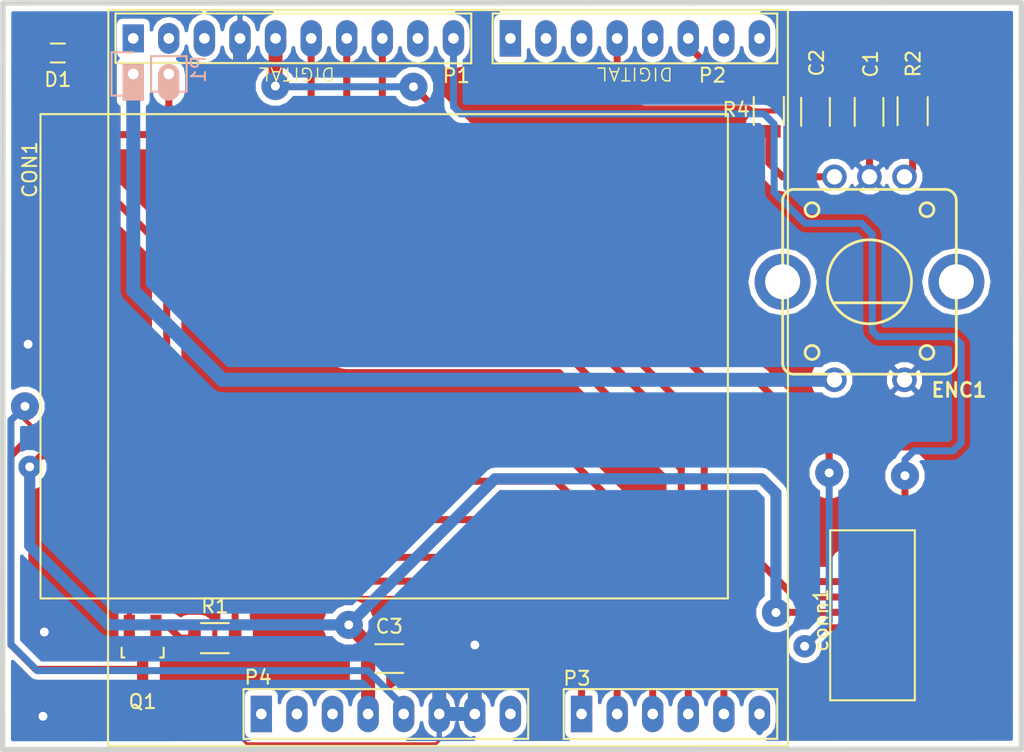
<source format=kicad_pcb>
(kicad_pcb (version 4) (host pcbnew 4.0.5-e0-6337~49~ubuntu16.04.1)

  (general
    (links 41)
    (no_connects 2)
    (area 44.589699 72.440799 117.690901 126.174501)
    (thickness 1.6002)
    (drawings 6)
    (tracks 224)
    (zones 0)
    (modules 13)
    (nets 22)
  )

  (page User 148.006 210.007)
  (title_block
    (title "FRDM-KL25Z Nokia LCD breakout")
    (date 2017-02-07)
    (rev 2)
    (company "Discovery Center")
    (comment 1 @muriukidavid)
  )

  (layers
    (0 Front signal)
    (31 Back signal)
    (32 B.Adhes user)
    (33 F.Adhes user)
    (34 B.Paste user)
    (35 F.Paste user)
    (36 B.SilkS user)
    (37 F.SilkS user)
    (38 B.Mask user)
    (39 F.Mask user)
    (40 Dwgs.User user)
    (41 Cmts.User user)
    (42 Eco1.User user)
    (43 Eco2.User user)
    (44 Edge.Cuts user)
  )

  (setup
    (last_trace_width 0.5)
    (trace_clearance 0.1)
    (zone_clearance 0.4)
    (zone_45_only yes)
    (trace_min 0.2032)
    (segment_width 0.381)
    (edge_width 0.381)
    (via_size 1)
    (via_drill 0.635)
    (via_min_size 0.889)
    (via_min_drill 0.508)
    (uvia_size 0.508)
    (uvia_drill 0.127)
    (uvias_allowed no)
    (uvia_min_size 0.508)
    (uvia_min_drill 0.127)
    (pcb_text_width 0.3048)
    (pcb_text_size 1.524 2.032)
    (mod_edge_width 0.381)
    (mod_text_size 1.524 1.524)
    (mod_text_width 0.3048)
    (pad_size 2.6 1.524)
    (pad_drill 0.762)
    (pad_to_mask_clearance 0.254)
    (aux_axis_origin 96.52 119.38)
    (grid_origin 96.52 119.38)
    (visible_elements 7FFFEFFF)
    (pcbplotparams
      (layerselection 0x00000_00000001)
      (usegerberextensions false)
      (excludeedgelayer false)
      (linewidth 0.150000)
      (plotframeref false)
      (viasonmask false)
      (mode 1)
      (useauxorigin false)
      (hpglpennumber 1)
      (hpglpenspeed 20)
      (hpglpendiameter 15)
      (hpglpenoverlay 0)
      (psnegative false)
      (psa4output false)
      (plotreference true)
      (plotvalue true)
      (plotinvisibletext false)
      (padsonsilk false)
      (subtractmaskfromsilk false)
      (outputformat 5)
      (mirror true)
      (drillshape 2)
      (scaleselection 1)
      (outputdirectory mfg/))
  )

  (net 0 "")
  (net 1 GND)
  (net 2 IO10/SS)
  (net 3 IO4)
  (net 4 IO2)
  (net 5 3.3V)
  (net 6 IO12/MISO)
  (net 7 IO13/SCK)
  (net 8 IO11/MOSI)
  (net 9 5V)
  (net 10 A)
  (net 11 B)
  (net 12 AD0)
  (net 13 AD2)
  (net 14 AD3)
  (net 15 AD4)
  (net 16 AD1)
  (net 17 "Net-(ENC1-PadSW2)")
  (net 18 LED)
  (net 19 IO8)
  (net 20 "Net-(Q1-Pad1)")
  (net 21 LED-)

  (net_class Default "This is the default net class."
    (clearance 0.1)
    (trace_width 0.5)
    (via_dia 1)
    (via_drill 0.635)
    (uvia_dia 0.508)
    (uvia_drill 0.127)
    (add_net 3.3V)
    (add_net 5V)
    (add_net A)
    (add_net AD0)
    (add_net AD1)
    (add_net AD2)
    (add_net AD3)
    (add_net AD4)
    (add_net B)
    (add_net IO11/MOSI)
    (add_net IO12/MISO)
    (add_net IO13/SCK)
    (add_net IO2)
    (add_net IO4)
    (add_net IO8)
    (add_net LED)
    (add_net LED-)
    (add_net "Net-(ENC1-PadSW2)")
    (add_net "Net-(Q1-Pad1)")
  )

  (net_class signals ""
    (clearance 0.1)
    (trace_width 0.5)
    (via_dia 1)
    (via_drill 0.635)
    (uvia_dia 0.508)
    (uvia_drill 0.127)
    (add_net GND)
    (add_net IO10/SS)
  )

  (module Capacitors_SMD:C_1206 (layer Front) (tedit 5415D7BD) (tstamp 589271A9)
    (at 106.6292 80.43164 270)
    (descr "Capacitor SMD 1206, reflow soldering, AVX (see smccp.pdf)")
    (tags "capacitor 1206")
    (path /5892A06E)
    (attr smd)
    (fp_text reference C1 (at -3.4163 -0.1143 270) (layer F.SilkS)
      (effects (font (size 1 1) (thickness 0.15)))
    )
    (fp_text value 0.1uF (at 0 2.3 270) (layer F.Fab)
      (effects (font (size 1 1) (thickness 0.15)))
    )
    (fp_line (start -2.3 -1.15) (end 2.3 -1.15) (layer F.CrtYd) (width 0.05))
    (fp_line (start -2.3 1.15) (end 2.3 1.15) (layer F.CrtYd) (width 0.05))
    (fp_line (start -2.3 -1.15) (end -2.3 1.15) (layer F.CrtYd) (width 0.05))
    (fp_line (start 2.3 -1.15) (end 2.3 1.15) (layer F.CrtYd) (width 0.05))
    (fp_line (start 1 -1.025) (end -1 -1.025) (layer F.SilkS) (width 0.15))
    (fp_line (start -1 1.025) (end 1 1.025) (layer F.SilkS) (width 0.15))
    (pad 1 smd rect (at -1.5 0 270) (size 1 1.6) (layers Front F.Paste F.Mask)
      (net 4 IO2))
    (pad 2 smd rect (at 1.5 0 270) (size 1 1.6) (layers Front F.Paste F.Mask)
      (net 1 GND))
    (model Capacitors_SMD.3dshapes/C_1206.wrl
      (at (xyz 0 0 0))
      (scale (xyz 1 1 1))
      (rotate (xyz 0 0 0))
    )
  )

  (module Capacitors_SMD:C_1206 (layer Front) (tedit 5415D7BD) (tstamp 589271AF)
    (at 102.8065 80.4291 270)
    (descr "Capacitor SMD 1206, reflow soldering, AVX (see smccp.pdf)")
    (tags "capacitor 1206")
    (path /5892BB5B)
    (attr smd)
    (fp_text reference C2 (at -3.49758 -0.08382 270) (layer F.SilkS)
      (effects (font (size 1 1) (thickness 0.15)))
    )
    (fp_text value 0.1uF (at 0 2.3 270) (layer F.Fab)
      (effects (font (size 1 1) (thickness 0.15)))
    )
    (fp_line (start -2.3 -1.15) (end 2.3 -1.15) (layer F.CrtYd) (width 0.05))
    (fp_line (start -2.3 1.15) (end 2.3 1.15) (layer F.CrtYd) (width 0.05))
    (fp_line (start -2.3 -1.15) (end -2.3 1.15) (layer F.CrtYd) (width 0.05))
    (fp_line (start 2.3 -1.15) (end 2.3 1.15) (layer F.CrtYd) (width 0.05))
    (fp_line (start 1 -1.025) (end -1 -1.025) (layer F.SilkS) (width 0.15))
    (fp_line (start -1 1.025) (end 1 1.025) (layer F.SilkS) (width 0.15))
    (pad 1 smd rect (at -1.5 0 270) (size 1 1.6) (layers Front F.Paste F.Mask)
      (net 3 IO4))
    (pad 2 smd rect (at 1.5 0 270) (size 1 1.6) (layers Front F.Paste F.Mask)
      (net 1 GND))
    (model Capacitors_SMD.3dshapes/C_1206.wrl
      (at (xyz 0 0 0))
      (scale (xyz 1 1 1))
      (rotate (xyz 0 0 0))
    )
  )

  (module Connect:Nokia1616_LCD (layer Front) (tedit 588D044B) (tstamp 589271BF)
    (at 51.74742 102.13452 90)
    (path /589256A6)
    (fp_text reference CON1 (at 17.5768 -5.0292 90) (layer F.SilkS)
      (effects (font (size 1 1) (thickness 0.15)))
    )
    (fp_text value Nokia1616_LCD (at 0 -4.826 90) (layer F.Fab)
      (effects (font (size 1 1) (thickness 0.15)))
    )
    (fp_line (start -13.0556 44.8056) (end 21.5392 44.8056) (layer F.SilkS) (width 0.15))
    (fp_line (start 21.5392 -4.2672) (end 21.5392 44.8056) (layer F.SilkS) (width 0.15))
    (fp_line (start -13.0556 -4.2672) (end -13.0556 44.8056) (layer F.SilkS) (width 0.15))
    (fp_line (start -13.0556 -4.2672) (end 21.5392 -4.2672) (layer F.SilkS) (width 0.15))
    (pad 1 smd rect (at -7.08148 -1.20142 90) (size 0.319989 2.399995) (layers Front F.Paste F.Mask))
    (pad 2 smd rect (at -6.48148 -1.20142 90) (size 0.319989 2.399995) (layers Front F.Paste F.Mask)
      (net 16 AD1))
    (pad 3 smd rect (at -5.88148 -1.20142 90) (size 0.319989 2.399995) (layers Front F.Paste F.Mask)
      (net 13 AD2))
    (pad 4 smd rect (at -5.28148 -1.20142 90) (size 0.319989 2.399995) (layers Front F.Paste F.Mask)
      (net 1 GND))
    (pad 5 smd rect (at -4.68148 -1.20142 90) (size 0.319989 2.399995) (layers Front F.Paste F.Mask)
      (net 14 AD3))
    (pad 6 smd rect (at -4.08148 -1.20142 90) (size 0.319989 2.399995) (layers Front F.Paste F.Mask)
      (net 15 AD4))
    (pad 7 smd rect (at -3.48148 -1.20142 90) (size 0.319989 2.399995) (layers Front F.Paste F.Mask)
      (net 5 3.3V))
    (pad 8 smd rect (at -2.88148 -1.20142 90) (size 0.319989 2.399995) (layers Front F.Paste F.Mask)
      (net 5 3.3V))
    (pad 9 smd rect (at -2.28148 -1.20142 90) (size 0.319989 2.399995) (layers Front F.Paste F.Mask)
      (net 1 GND))
    (pad 10 smd rect (at -1.68148 -1.20142 90) (size 0.319989 2.399995) (layers Front F.Paste F.Mask)
      (net 21 LED-))
    (pad 11 smd rect (at -1.08148 -1.20142 90) (size 0.319989 2.399995) (layers Front F.Paste F.Mask)
      (net 9 5V))
    (pad 12 smd rect (at -0.48148 -1.20142 90) (size 0.319989 2.399995) (layers Front F.Paste F.Mask))
  )

  (module Resistors_SMD:R_1206 (layer Front) (tedit 5415CFA7) (tstamp 589271E5)
    (at 109.7407 80.38084 90)
    (descr "Resistor SMD 1206, reflow soldering, Vishay (see dcrcw.pdf)")
    (tags "resistor 1206")
    (path /58929782)
    (attr smd)
    (fp_text reference R2 (at 3.38836 0.04572 90) (layer F.SilkS)
      (effects (font (size 1 1) (thickness 0.15)))
    )
    (fp_text value 10K (at 0 2.3 90) (layer F.Fab)
      (effects (font (size 1 1) (thickness 0.15)))
    )
    (fp_line (start -2.2 -1.2) (end 2.2 -1.2) (layer F.CrtYd) (width 0.05))
    (fp_line (start -2.2 1.2) (end 2.2 1.2) (layer F.CrtYd) (width 0.05))
    (fp_line (start -2.2 -1.2) (end -2.2 1.2) (layer F.CrtYd) (width 0.05))
    (fp_line (start 2.2 -1.2) (end 2.2 1.2) (layer F.CrtYd) (width 0.05))
    (fp_line (start 1 1.075) (end -1 1.075) (layer F.SilkS) (width 0.15))
    (fp_line (start -1 -1.075) (end 1 -1.075) (layer F.SilkS) (width 0.15))
    (pad 1 smd rect (at -1.45 0 90) (size 0.9 1.7) (layers Front F.Paste F.Mask)
      (net 10 A))
    (pad 2 smd rect (at 1.45 0 90) (size 0.9 1.7) (layers Front F.Paste F.Mask)
      (net 4 IO2))
    (model Resistors_SMD.3dshapes/R_1206.wrl
      (at (xyz 0 0 0))
      (scale (xyz 1 1 1))
      (rotate (xyz 0 0 0))
    )
  )

  (module Resistors_SMD:R_1206 (layer Front) (tedit 5415CFA7) (tstamp 589271F1)
    (at 99.47402 80.37068 90)
    (descr "Resistor SMD 1206, reflow soldering, Vishay (see dcrcw.pdf)")
    (tags "resistor 1206")
    (path /5892BB54)
    (attr smd)
    (fp_text reference R4 (at 0.09906 -2.33172 180) (layer F.SilkS)
      (effects (font (size 1 1) (thickness 0.15)))
    )
    (fp_text value 10K (at 0 2.3 90) (layer F.Fab)
      (effects (font (size 1 1) (thickness 0.15)))
    )
    (fp_line (start -2.2 -1.2) (end 2.2 -1.2) (layer F.CrtYd) (width 0.05))
    (fp_line (start -2.2 1.2) (end 2.2 1.2) (layer F.CrtYd) (width 0.05))
    (fp_line (start -2.2 -1.2) (end -2.2 1.2) (layer F.CrtYd) (width 0.05))
    (fp_line (start 2.2 -1.2) (end 2.2 1.2) (layer F.CrtYd) (width 0.05))
    (fp_line (start 1 1.075) (end -1 1.075) (layer F.SilkS) (width 0.15))
    (fp_line (start -1 -1.075) (end 1 -1.075) (layer F.SilkS) (width 0.15))
    (pad 1 smd rect (at -1.45 0 90) (size 0.9 1.7) (layers Front F.Paste F.Mask)
      (net 11 B))
    (pad 2 smd rect (at 1.45 0 90) (size 0.9 1.7) (layers Front F.Paste F.Mask)
      (net 3 IO4))
    (model Resistors_SMD.3dshapes/R_1206.wrl
      (at (xyz 0 0 0))
      (scale (xyz 1 1 1))
      (rotate (xyz 0 0 0))
    )
  )

  (module Connect:ROTARY_ENCODER_ALPS_STEC12E08 (layer Front) (tedit 5896291E) (tstamp 5892766B)
    (at 106.65968 92.5703 180)
    (tags "rotary, encoder, ALPS")
    (path /58928D09)
    (fp_text reference ENC1 (at -6.39064 -7.73684 180) (layer F.SilkS)
      (effects (font (size 1 1) (thickness 0.2)))
    )
    (fp_text value ALPS-STEC12E08 (at 0 -4.8 180) (layer F.SilkS) hide
      (effects (font (size 1 1) (thickness 0.2)))
    )
    (fp_circle (center 0 0) (end 3.75 0) (layer F.Fab) (width 0.05))
    (fp_circle (center -4.1 5.15) (end -3.6 5.15) (layer F.SilkS) (width 0.2))
    (fp_circle (center 4.1 5.15) (end 4.6 5.15) (layer F.SilkS) (width 0.2))
    (fp_circle (center 4.1 -5.05) (end 4.6 -5.05) (layer F.SilkS) (width 0.2))
    (fp_circle (center -4.1 -5.05) (end -3.6 -5.05) (layer F.SilkS) (width 0.2))
    (fp_line (start -6.2 5.8) (end -6.2 -5.8) (layer F.SilkS) (width 0.2))
    (fp_line (start 6.2 -5.8) (end 6.2 5.8) (layer F.SilkS) (width 0.2))
    (fp_line (start -5.4 -6.6) (end 5.4 -6.6) (layer F.SilkS) (width 0.2))
    (fp_line (start -5.4 6.6) (end 5.4 6.6) (layer F.SilkS) (width 0.2))
    (fp_arc (start -5.4 -5.8) (end -6.2 -5.8) (angle 90) (layer F.SilkS) (width 0.2))
    (fp_arc (start -5.4 5.8) (end -5.4 6.6) (angle 90) (layer F.SilkS) (width 0.2))
    (fp_arc (start 5.4 5.8) (end 6.2 5.8) (angle 90) (layer F.SilkS) (width 0.2))
    (fp_arc (start 5.4 -5.8) (end 5.4 -6.6) (angle 90) (layer F.SilkS) (width 0.2))
    (fp_line (start -2.6 -1.5) (end 2.6 -1.5) (layer F.SilkS) (width 0.2))
    (fp_circle (center 0 0) (end 3 0) (layer F.SilkS) (width 0.2))
    (pad A thru_hole circle (at -2.5 7.5 180) (size 1.75 1.75) (drill 1.1) (layers *.Cu *.Mask)
      (net 10 A))
    (pad B thru_hole circle (at 2.5 7.5 180) (size 1.75 1.75) (drill 1.1) (layers *.Cu *.Mask)
      (net 11 B))
    (pad C thru_hole circle (at 0 7.5 180) (size 1.75 1.75) (drill 1.1) (layers *.Cu *.Mask)
      (net 1 GND))
    (pad SW2 thru_hole circle (at 2.5 -7 180) (size 1.75 1.75) (drill 1.1) (layers *.Cu *.Mask)
      (net 17 "Net-(ENC1-PadSW2)"))
    (pad SW1 thru_hole circle (at -2.5 -7 180) (size 1.75 1.75) (drill 1.1) (layers *.Cu *.Mask)
      (net 1 GND))
    (pad body thru_hole oval (at 6.2 0 180) (size 4 4) (drill 2.5) (layers *.Cu *.Mask))
    (pad body thru_hole oval (at -6.2 0 180) (size 4 4) (drill 2.5) (layers *.Cu *.Mask))
  )

  (module Connect:ArduinoUnoR3 (layer Front) (tedit 58B7CA45) (tstamp 58986EA9)
    (at 54.102 75.184)
    (path /58986CCD)
    (fp_text reference U1 (at -3.0099 -0.4953) (layer F.SilkS) hide
      (effects (font (size 1 1) (thickness 0.15)))
    )
    (fp_text value ArduinoUnoR3 (at 4.826 2.7432) (layer F.Fab)
      (effects (font (size 1 1) (thickness 0.15)))
    )
    (fp_line (start -1.8034 50.546) (end -1.778 -2.032) (layer F.SilkS) (width 0.15))
    (fp_line (start 46.736 50.546) (end -1.8034 50.546) (layer F.SilkS) (width 0.15))
    (fp_line (start 46.736 -2.032) (end 46.736 50.546) (layer F.SilkS) (width 0.15))
    (fp_line (start -1.778 -2.032) (end 46.736 -2.032) (layer F.SilkS) (width 0.15))
    (fp_text user P4 (at 8.9154 45.6438) (layer F.SilkS)
      (effects (font (size 1 1) (thickness 0.15)))
    )
    (fp_line (start 28.194 46.482) (end 7.874 46.482) (layer F.SilkS) (width 0.15))
    (fp_line (start 28.194 50.038) (end 28.194 46.482) (layer F.SilkS) (width 0.15))
    (fp_line (start 7.874 50.038) (end 28.194 50.038) (layer F.SilkS) (width 0.15))
    (fp_line (start 7.874 46.482) (end 7.874 50.038) (layer F.SilkS) (width 0.15))
    (fp_text user P3 (at 31.6738 45.72) (layer F.SilkS)
      (effects (font (size 1 1) (thickness 0.15)))
    )
    (fp_line (start 30.734 50.038) (end 45.974 50.038) (layer F.SilkS) (width 0.15))
    (fp_line (start 30.734 46.482) (end 30.734 50.038) (layer F.SilkS) (width 0.15))
    (fp_line (start 45.974 46.482) (end 30.734 46.482) (layer F.SilkS) (width 0.15))
    (fp_line (start 45.974 50.038) (end 45.974 46.482) (layer F.SilkS) (width 0.15))
    (fp_text user P2 (at 41.34104 2.63906) (layer F.SilkS)
      (effects (font (size 1 1) (thickness 0.15)))
    )
    (fp_line (start 45.974 -1.778) (end 25.654 -1.778) (layer F.SilkS) (width 0.15))
    (fp_line (start 45.974 1.778) (end 45.974 -1.778) (layer F.SilkS) (width 0.15))
    (fp_line (start 25.654 1.778) (end 45.974 1.778) (layer F.SilkS) (width 0.15))
    (fp_line (start 25.654 -1.778) (end 25.654 1.778) (layer F.SilkS) (width 0.15))
    (fp_text user P1 (at 23.0632 2.667) (layer F.SilkS)
      (effects (font (size 1 1) (thickness 0.15)))
    )
    (fp_line (start 24.13 -1.778) (end -1.27 -1.778) (layer F.SilkS) (width 0.15))
    (fp_line (start 24.13 1.778) (end 24.13 -1.778) (layer F.SilkS) (width 0.15))
    (fp_line (start -1.27 1.7526) (end 24.13 1.778) (layer F.SilkS) (width 0.15))
    (fp_line (start -1.27 -1.778) (end -1.27 1.7526) (layer F.SilkS) (width 0.15))
    (pad 1 thru_hole rect (at 0 0) (size 1.524 2) (drill 0.762) (layers *.Cu *.Mask))
    (pad 2 thru_hole oval (at 2.54 0) (size 1.524 2.2) (drill 0.762) (layers *.Cu *.Mask))
    (pad 3 thru_hole oval (at 5.08 0) (size 1.524 2.6) (drill 0.762) (layers *.Cu *.Mask))
    (pad 4 thru_hole oval (at 7.62 0) (size 1.524 2.6) (drill 0.762) (layers *.Cu *.Mask)
      (net 1 GND))
    (pad 5 thru_hole oval (at 10.16 0) (size 1.524 2.6) (drill 0.762) (layers *.Cu *.Mask)
      (net 7 IO13/SCK))
    (pad 6 thru_hole oval (at 12.7 0) (size 1.524 2.6) (drill 0.762) (layers *.Cu *.Mask)
      (net 6 IO12/MISO))
    (pad 7 thru_hole oval (at 15.24 0) (size 1.524 2.6) (drill 0.762) (layers *.Cu *.Mask)
      (net 8 IO11/MOSI))
    (pad 8 thru_hole oval (at 17.78 0) (size 1.524 2.6) (drill 0.762) (layers *.Cu *.Mask)
      (net 2 IO10/SS))
    (pad 9 thru_hole oval (at 20.32 0) (size 1.524 2.6) (drill 0.762) (layers *.Cu *.Mask))
    (pad 10 thru_hole oval (at 22.86 0) (size 1.524 2.6) (drill 0.762) (layers *.Cu *.Mask)
      (net 19 IO8))
    (pad 11 thru_hole rect (at 26.924 0) (size 1.524 2.6) (drill 0.762) (layers *.Cu *.Mask))
    (pad 12 thru_hole oval (at 29.464 0) (size 1.524 2.6) (drill 0.762) (layers *.Cu *.Mask))
    (pad 13 thru_hole oval (at 32.004 0) (size 1.524 2.6) (drill 0.762) (layers *.Cu *.Mask))
    (pad 14 thru_hole oval (at 34.544 0) (size 1.524 2.6) (drill 0.762) (layers *.Cu *.Mask)
      (net 3 IO4))
    (pad 15 thru_hole oval (at 37.084 0) (size 1.524 2.6) (drill 0.762) (layers *.Cu *.Mask))
    (pad 16 thru_hole oval (at 39.624 0) (size 1.524 2.6) (drill 0.762) (layers *.Cu *.Mask)
      (net 4 IO2))
    (pad 17 thru_hole oval (at 42.164 0) (size 1.524 2.6) (drill 0.762) (layers *.Cu *.Mask))
    (pad 18 thru_hole oval (at 44.704 0) (size 1.524 2.6) (drill 0.762) (layers *.Cu *.Mask))
    (pad 21 thru_hole oval (at 39.624 48.26) (size 1.524 2.6) (drill 0.762) (layers *.Cu *.Mask)
      (net 14 AD3))
    (pad 20 thru_hole oval (at 42.164 48.26) (size 1.524 2.6) (drill 0.762) (layers *.Cu *.Mask)
      (net 15 AD4))
    (pad 19 thru_hole oval (at 44.704 48.26) (size 1.524 2.6) (drill 0.762) (layers *.Cu *.Mask))
    (pad 22 thru_hole oval (at 37.084 48.26) (size 1.524 2.6) (drill 0.762) (layers *.Cu *.Mask)
      (net 13 AD2))
    (pad 23 thru_hole oval (at 34.544 48.26) (size 1.524 2.6) (drill 0.762) (layers *.Cu *.Mask)
      (net 16 AD1))
    (pad 24 thru_hole rect (at 32.004 48.26) (size 1.524 2.6) (drill 0.762) (layers *.Cu *.Mask)
      (net 12 AD0))
    (pad 25 thru_hole oval (at 26.924 48.26) (size 1.524 2.6) (drill 0.762) (layers *.Cu *.Mask))
    (pad 26 thru_hole oval (at 24.384 48.26) (size 1.524 2.6) (drill 0.762) (layers *.Cu *.Mask)
      (net 1 GND))
    (pad 27 thru_hole oval (at 21.844 48.26) (size 1.524 2.6) (drill 0.762) (layers *.Cu *.Mask)
      (net 1 GND))
    (pad 28 thru_hole oval (at 19.304 48.26) (size 1.524 2.6) (drill 0.762) (layers *.Cu *.Mask)
      (net 9 5V))
    (pad 29 thru_hole oval (at 16.764 48.26) (size 1.524 2.6) (drill 0.762) (layers *.Cu *.Mask)
      (net 5 3.3V))
    (pad 30 thru_hole oval (at 14.224 48.26) (size 1.524 2.6) (drill 0.762) (layers *.Cu *.Mask))
    (pad 31 thru_hole oval (at 11.684 48.26) (size 1.524 2.6) (drill 0.762) (layers *.Cu *.Mask))
    (pad 32 thru_hole rect (at 9.144 48.26) (size 1.524 2.6) (drill 0.762) (layers *.Cu *.Mask))
  )

  (module Pin_Headers:Pin_Header_Straight_1x02 (layer Back) (tedit 58989CBB) (tstamp 58989395)
    (at 54.102 77.724 270)
    (descr "Through hole pin header")
    (tags "pin header")
    (path /5898E43D)
    (fp_text reference P1 (at -0.3429 -4.6609 270) (layer B.SilkS)
      (effects (font (size 1 1) (thickness 0.15)) (justify mirror))
    )
    (fp_text value CONN_01X02 (at 0 3.1 270) (layer B.Fab)
      (effects (font (size 1 1) (thickness 0.15)) (justify mirror))
    )
    (fp_line (start 1.27 -1.27) (end 1.27 -3.81) (layer B.SilkS) (width 0.15))
    (fp_line (start 1.55 1.55) (end 1.55 0) (layer B.SilkS) (width 0.15))
    (fp_line (start -1.75 1.75) (end -1.75 -4.3) (layer B.CrtYd) (width 0.05))
    (fp_line (start 1.75 1.75) (end 1.75 -4.3) (layer B.CrtYd) (width 0.05))
    (fp_line (start -1.75 1.75) (end 1.75 1.75) (layer B.CrtYd) (width 0.05))
    (fp_line (start -1.75 -4.3) (end 1.75 -4.3) (layer B.CrtYd) (width 0.05))
    (fp_line (start 1.27 -1.27) (end -1.27 -1.27) (layer B.SilkS) (width 0.15))
    (fp_line (start -1.55 0) (end -1.55 1.55) (layer B.SilkS) (width 0.15))
    (fp_line (start -1.55 1.55) (end 1.55 1.55) (layer B.SilkS) (width 0.15))
    (fp_line (start -1.27 -1.27) (end -1.27 -3.81) (layer B.SilkS) (width 0.15))
    (fp_line (start -1.27 -3.81) (end 1.27 -3.81) (layer B.SilkS) (width 0.15))
    (pad 1 thru_hole rect (at 0 0 270) (size 2.6 1.524) (drill 0.762 (offset 0.6 0)) (layers *.Cu *.Mask B.SilkS)
      (net 17 "Net-(ENC1-PadSW2)"))
    (pad 2 thru_hole oval (at 0 -2.54 270) (size 2.6 1.524) (drill 0.762 (offset 0.6 0)) (layers *.Cu *.Mask B.SilkS)
      (net 18 LED))
    (model Pin_Headers.3dshapes/Pin_Header_Straight_1x02.wrl
      (at (xyz 0 -0.05 0))
      (scale (xyz 1 1 1))
      (rotate (xyz 0 0 90))
    )
  )

  (module Resistors_SMD:R_0603 (layer Front) (tedit 5415CC62) (tstamp 589D8E5B)
    (at 48.7165 76.2254 180)
    (descr "Resistor SMD 0603, reflow soldering, Vishay (see dcrcw.pdf)")
    (tags "resistor 0603")
    (path /5898F9AF)
    (attr smd)
    (fp_text reference D1 (at 0 -1.9 180) (layer F.SilkS)
      (effects (font (size 1 1) (thickness 0.15)))
    )
    (fp_text value LED (at 0 1.9 180) (layer F.Fab)
      (effects (font (size 1 1) (thickness 0.15)))
    )
    (fp_line (start -1.3 -0.8) (end 1.3 -0.8) (layer F.CrtYd) (width 0.05))
    (fp_line (start -1.3 0.8) (end 1.3 0.8) (layer F.CrtYd) (width 0.05))
    (fp_line (start -1.3 -0.8) (end -1.3 0.8) (layer F.CrtYd) (width 0.05))
    (fp_line (start 1.3 -0.8) (end 1.3 0.8) (layer F.CrtYd) (width 0.05))
    (fp_line (start 0.5 0.675) (end -0.5 0.675) (layer F.SilkS) (width 0.15))
    (fp_line (start -0.5 -0.675) (end 0.5 -0.675) (layer F.SilkS) (width 0.15))
    (pad 1 smd rect (at -0.75 0 180) (size 0.5 0.9) (layers Front F.Paste F.Mask)
      (net 18 LED))
    (pad 2 smd rect (at 0.75 0 180) (size 0.5 0.9) (layers Front F.Paste F.Mask)
      (net 5 3.3V))
    (model Resistors_SMD.3dshapes/R_0603.wrl
      (at (xyz 0 0 0))
      (scale (xyz 1 1 1))
      (rotate (xyz 0 0 0))
    )
  )

  (module Connect:MicroSDcard-475710001 (layer Front) (tedit 58B84B24) (tstamp 58B86975)
    (at 103.98062 116.73704 90)
    (path /58B86D39)
    (fp_text reference conn1 (at 0 -0.7874 90) (layer F.SilkS)
      (effects (font (size 1 1) (thickness 0.15)))
    )
    (fp_text value sdcard_475710001 (at 0 6.6675 90) (layer F.Fab)
      (effects (font (size 1 1) (thickness 0.15)))
    )
    (fp_line (start -5.7277 5.9182) (end 6.4135 5.9182) (layer F.SilkS) (width 0.15))
    (fp_line (start -5.7277 -0.127) (end -5.7277 5.9182) (layer F.SilkS) (width 0.15))
    (fp_line (start 6.4135 -0.127) (end -5.7277 -0.127) (layer F.SilkS) (width 0.15))
    (fp_line (start 6.4135 5.9182) (end 6.4135 -0.127) (layer F.SilkS) (width 0.15))
    (fp_line (start -5.5 0) (end -5.5 5.55) (layer F.CrtYd) (width 0.05))
    (fp_line (start 5.9 0) (end 5.9 5.55) (layer F.CrtYd) (width 0.05))
    (fp_line (start -5.5 0) (end 5.9 0) (layer F.CrtYd) (width 0.05))
    (fp_line (start -5.5 5.55) (end 5.9 5.55) (layer F.CrtYd) (width 0.05))
    (pad P8 smd rect (at -3.85 1.31 90) (size 0.7 1) (layers Front F.Paste F.Mask))
    (pad P7 smd rect (at -2.75 1.31 90) (size 0.7 1) (layers Front F.Paste F.Mask)
      (net 6 IO12/MISO))
    (pad P6 smd rect (at -1.65 1.31 90) (size 0.7 1) (layers Front F.Paste F.Mask)
      (net 1 GND))
    (pad P5 smd rect (at -0.55 1.31 90) (size 0.7 1) (layers Front F.Paste F.Mask)
      (net 7 IO13/SCK))
    (pad P4 smd rect (at 0.55 1.31 90) (size 0.7 1) (layers Front F.Paste F.Mask)
      (net 5 3.3V))
    (pad P3 smd rect (at 1.65 1.31 90) (size 0.7 1) (layers Front F.Paste F.Mask)
      (net 8 IO11/MOSI))
    (pad P2 smd rect (at 2.75 1.31 90) (size 0.7 1) (layers Front F.Paste F.Mask)
      (net 2 IO10/SS))
    (pad P1 smd rect (at 3.85 1.31 90) (size 0.7 1) (layers Front F.Paste F.Mask))
    (pad P9 smd rect (at 5.475 2.8 90) (size 1.45 1.2) (layers Front F.Paste F.Mask)
      (net 1 GND))
    (pad P10 smd rect (at 5.7 3.95 90) (size 1 0.7) (layers Front F.Paste F.Mask)
      (net 5 3.3V))
    (pad P11 smd rect (at 5.5 5.26 90) (size 1.4 0.9) (layers Front F.Paste F.Mask)
      (net 19 IO8))
    (pad P9 smd rect (at -4.925 2.36 90) (size 1.15 1.2) (layers Front F.Paste F.Mask)
      (net 1 GND))
    (pad P9 smd rect (at -4.925 4.95 90) (size 1.15 1.2) (layers Front F.Paste F.Mask)
      (net 1 GND))
  )

  (module Resistors_SMD:R_1206 (layer Front) (tedit 5415CFA7) (tstamp 58C96D3B)
    (at 59.92368 118.02618)
    (descr "Resistor SMD 1206, reflow soldering, Vishay (see dcrcw.pdf)")
    (tags "resistor 1206")
    (path /58C8F784)
    (attr smd)
    (fp_text reference R1 (at 0 -2.3) (layer F.SilkS)
      (effects (font (size 1 1) (thickness 0.15)))
    )
    (fp_text value 1K (at 0 2.3) (layer F.Fab)
      (effects (font (size 1 1) (thickness 0.15)))
    )
    (fp_line (start -2.2 -1.2) (end 2.2 -1.2) (layer F.CrtYd) (width 0.05))
    (fp_line (start -2.2 1.2) (end 2.2 1.2) (layer F.CrtYd) (width 0.05))
    (fp_line (start -2.2 -1.2) (end -2.2 1.2) (layer F.CrtYd) (width 0.05))
    (fp_line (start 2.2 -1.2) (end 2.2 1.2) (layer F.CrtYd) (width 0.05))
    (fp_line (start 1 1.075) (end -1 1.075) (layer F.SilkS) (width 0.15))
    (fp_line (start -1 -1.075) (end 1 -1.075) (layer F.SilkS) (width 0.15))
    (pad 1 smd rect (at -1.45 0) (size 0.9 1.7) (layers Front F.Paste F.Mask)
      (net 20 "Net-(Q1-Pad1)"))
    (pad 2 smd rect (at 1.45 0) (size 0.9 1.7) (layers Front F.Paste F.Mask)
      (net 12 AD0))
    (model Resistors_SMD.3dshapes/R_1206.wrl
      (at (xyz 0 0 0))
      (scale (xyz 1 1 1))
      (rotate (xyz 0 0 0))
    )
  )

  (module Capacitors_SMD:C_1206 (layer Front) (tedit 5415D7BD) (tstamp 58CC7943)
    (at 72.3787 119.48668)
    (descr "Capacitor SMD 1206, reflow soldering, AVX (see smccp.pdf)")
    (tags "capacitor 1206")
    (path /58CAAFEC)
    (attr smd)
    (fp_text reference C3 (at 0 -2.3) (layer F.SilkS)
      (effects (font (size 1 1) (thickness 0.15)))
    )
    (fp_text value 0.1uF (at 0 2.3) (layer F.Fab)
      (effects (font (size 1 1) (thickness 0.15)))
    )
    (fp_line (start -2.3 -1.15) (end 2.3 -1.15) (layer F.CrtYd) (width 0.05))
    (fp_line (start -2.3 1.15) (end 2.3 1.15) (layer F.CrtYd) (width 0.05))
    (fp_line (start -2.3 -1.15) (end -2.3 1.15) (layer F.CrtYd) (width 0.05))
    (fp_line (start 2.3 -1.15) (end 2.3 1.15) (layer F.CrtYd) (width 0.05))
    (fp_line (start 1 -1.025) (end -1 -1.025) (layer F.SilkS) (width 0.15))
    (fp_line (start -1 1.025) (end 1 1.025) (layer F.SilkS) (width 0.15))
    (pad 1 smd rect (at -1.5 0) (size 1 1.6) (layers Front F.Paste F.Mask)
      (net 5 3.3V))
    (pad 2 smd rect (at 1.5 0) (size 1 1.6) (layers Front F.Paste F.Mask)
      (net 1 GND))
    (model Capacitors_SMD.3dshapes/C_1206.wrl
      (at (xyz 0 0 0))
      (scale (xyz 1 1 1))
      (rotate (xyz 0 0 0))
    )
  )

  (module TO_SOT_Packages_SMD:SOT-23_Handsoldering (layer Front) (tedit 54E9291B) (tstamp 58CC7999)
    (at 54.77256 118.75516 180)
    (descr "SOT-23, Handsoldering")
    (tags SOT-23)
    (path /58CAB596)
    (attr smd)
    (fp_text reference Q1 (at 0 -3.81 180) (layer F.SilkS)
      (effects (font (size 1 1) (thickness 0.15)))
    )
    (fp_text value BC547_BEC_123 (at 0 3.81 180) (layer F.Fab)
      (effects (font (size 1 1) (thickness 0.15)))
    )
    (fp_line (start -1.49982 0.0508) (end -1.49982 -0.65024) (layer F.SilkS) (width 0.15))
    (fp_line (start -1.49982 -0.65024) (end -1.2509 -0.65024) (layer F.SilkS) (width 0.15))
    (fp_line (start 1.29916 -0.65024) (end 1.49982 -0.65024) (layer F.SilkS) (width 0.15))
    (fp_line (start 1.49982 -0.65024) (end 1.49982 0.0508) (layer F.SilkS) (width 0.15))
    (pad 1 smd rect (at -0.95 1.50114 180) (size 0.8001 1.80086) (layers Front F.Paste F.Mask)
      (net 20 "Net-(Q1-Pad1)"))
    (pad 2 smd rect (at 0.95 1.50114 180) (size 0.8001 1.80086) (layers Front F.Paste F.Mask)
      (net 1 GND))
    (pad 3 smd rect (at 0 -1.50114 180) (size 0.8001 1.80086) (layers Front F.Paste F.Mask)
      (net 21 LED-))
    (model TO_SOT_Packages_SMD.3dshapes/SOT-23_Handsoldering.wrl
      (at (xyz 0 0 0))
      (scale (xyz 1 1 1))
      (rotate (xyz 0 0 0))
    )
  )

  (gr_line (start 117.5004 72.6313) (end 117.49024 125.95098) (angle 90) (layer Edge.Cuts) (width 0.381))
  (gr_text DIGITAL (at 89.916 77.724 -180) (layer F.SilkS)
    (effects (font (size 0.9144 1.016) (thickness 0.1016)))
  )
  (gr_text DIGITAL (at 65.786 77.724 -180) (layer F.SilkS)
    (effects (font (size 0.9144 1.016) (thickness 0.1016)))
  )
  (gr_line (start 44.8056 72.6567) (end 117.5004 72.6313) (angle 90) (layer Edge.Cuts) (width 0.381))
  (gr_line (start 44.7802 125.984) (end 44.8056 72.6567) (angle 90) (layer Edge.Cuts) (width 0.381))
  (gr_line (start 44.7802 125.984) (end 117.49278 125.95098) (angle 90) (layer Edge.Cuts) (width 0.381))

  (segment (start 98.806 123.444) (end 98.806 124.706) (width 0.5) (layer Back) (net 0))
  (segment (start 106.34062 121.66204) (end 108.93062 121.66204) (width 0.5) (layer Front) (net 1))
  (segment (start 104.34562 111.26204) (end 104.14508 111.0615) (width 0.5) (layer Front) (net 1))
  (segment (start 106.78062 111.26204) (end 104.34562 111.26204) (width 0.5) (layer Front) (net 1))
  (segment (start 105.29062 118.38704) (end 107.60184 118.38704) (width 0.5) (layer Front) (net 1))
  (segment (start 53.7625 104.416) (end 54.45846 104.416) (width 0.5) (layer Front) (net 1))
  (segment (start 54.45846 104.416) (end 54.864 104.01046) (width 0.5) (layer Front) (net 1))
  (segment (start 54.864 104.01046) (end 54.864 97.49028) (width 0.5) (layer Front) (net 1))
  (segment (start 54.40426 97.03054) (end 46.5963 97.03054) (width 0.5) (layer Front) (net 1))
  (segment (start 54.864 97.49028) (end 54.40426 97.03054) (width 0.5) (layer Front) (net 1))
  (via (at 46.5963 97.03054) (size 1.4) (drill 0.635) (layers Front Back) (net 1))
  (segment (start 75.946 123.444) (end 75.946 125.34392) (width 0.2) (layer Front) (net 1))
  (segment (start 75.946 125.34392) (end 75.72248 125.56744) (width 0.2) (layer Front) (net 1))
  (segment (start 75.72248 125.56744) (end 62.19698 125.56744) (width 0.2) (layer Front) (net 1))
  (segment (start 62.19698 125.56744) (end 61.25464 124.6251) (width 0.2) (layer Front) (net 1))
  (segment (start 61.25464 124.6251) (end 47.7647 124.6251) (width 0.2) (layer Front) (net 1))
  (segment (start 47.65802 124.51842) (end 47.65802 123.6091) (width 0.2) (layer Front) (net 1))
  (segment (start 47.7647 124.6251) (end 47.65802 124.51842) (width 0.2) (layer Front) (net 1))
  (segment (start 106.65968 85.0703) (end 106.65968 81.96212) (width 0.5) (layer Front) (net 1))
  (segment (start 106.65968 81.96212) (end 106.6292 81.93164) (width 0.5) (layer Front) (net 1))
  (segment (start 48.0054 107.416) (end 48.42002 107.416) (width 0.35) (layer Front) (net 1))
  (segment (start 50.546 107.416) (end 48.42002 107.416) (width 0.3) (layer Front) (net 1))
  (via (at 47.65802 123.6091) (size 2) (drill 0.635) (layers Front Back) (net 1))
  (via (at 78.486 118.5164) (size 2) (drill 0.635) (layers Front Back) (net 1))
  (segment (start 61.722 75.184) (end 61.722 77.9653) (width 1) (layer Front) (net 1))
  (segment (start 75.946 123.444) (end 78.486 123.444) (width 1) (layer Back) (net 1))
  (segment (start 78.486 123.444) (end 78.486 118.5164) (width 1) (layer Back) (net 1))
  (segment (start 75.946 123.444) (end 75.946 118.9863) (width 1) (layer Back) (net 1))
  (segment (start 61.722 75.184) (end 61.722 76.984) (width 1) (layer Back) (net 1))
  (segment (start 47.751999 116.457931) (end 47.751999 117.589301) (width 0.5) (layer Front) (net 1))
  (segment (start 47.751999 107.669401) (end 47.751999 116.457931) (width 0.5) (layer Front) (net 1))
  (segment (start 48.0054 107.416) (end 47.751999 107.669401) (width 0.5) (layer Front) (net 1))
  (via (at 47.751999 117.589301) (size 2) (drill 0.635) (layers Front Back) (net 1))
  (segment (start 50.546 104.416) (end 53.7625 104.416) (width 0.3) (layer Front) (net 1))
  (segment (start 71.882 75.184) (end 71.882 92.45346) (width 0.5) (layer Front) (net 2))
  (segment (start 71.882 92.45346) (end 73.06818 93.63964) (width 0.5) (layer Front) (net 2))
  (segment (start 73.06818 93.63964) (end 85.60054 93.63964) (width 0.5) (layer Front) (net 2))
  (segment (start 95.11284 103.15194) (end 99.50704 103.15194) (width 0.5) (layer Front) (net 2))
  (segment (start 102.46306 113.98704) (end 105.29062 113.98704) (width 0.5) (layer Front) (net 2))
  (segment (start 85.60054 93.63964) (end 95.11284 103.15194) (width 0.5) (layer Front) (net 2))
  (segment (start 99.50704 103.15194) (end 101.60762 105.25252) (width 0.5) (layer Front) (net 2))
  (segment (start 101.60762 105.25252) (end 101.60762 113.1316) (width 0.5) (layer Front) (net 2))
  (segment (start 101.60762 113.1316) (end 102.46306 113.98704) (width 0.5) (layer Front) (net 2))
  (segment (start 99.47402 78.92068) (end 102.79808 78.92068) (width 0.5) (layer Front) (net 3))
  (segment (start 102.79808 78.92068) (end 102.8065 78.9291) (width 0.5) (layer Front) (net 3))
  (segment (start 88.646 75.184) (end 88.646 76.984) (width 0.5) (layer Front) (net 3))
  (segment (start 88.646 76.984) (end 90.58268 78.92068) (width 0.5) (layer Front) (net 3))
  (segment (start 90.58268 78.92068) (end 98.12402 78.92068) (width 0.5) (layer Front) (net 3))
  (segment (start 98.12402 78.92068) (end 99.47402 78.92068) (width 0.5) (layer Front) (net 3))
  (segment (start 109.7407 78.93084) (end 108.1659 78.93084) (width 0.5) (layer Front) (net 4))
  (segment (start 108.1659 78.93084) (end 106.63 78.93084) (width 0.5) (layer Front) (net 4))
  (segment (start 108.12526 77.30744) (end 108.1659 77.34808) (width 0.5) (layer Front) (net 4))
  (segment (start 108.1659 77.34808) (end 108.1659 78.93084) (width 0.5) (layer Front) (net 4))
  (segment (start 95.31144 77.30744) (end 108.12526 77.30744) (width 0.5) (layer Front) (net 4))
  (segment (start 93.726 75.184) (end 93.726 75.722) (width 0.5) (layer Front) (net 4))
  (segment (start 93.726 75.722) (end 95.31144 77.30744) (width 0.5) (layer Front) (net 4))
  (segment (start 106.63 78.93084) (end 106.6292 78.93164) (width 0.5) (layer Front) (net 4))
  (segment (start 70.8787 119.48668) (end 70.8787 118.46814) (width 0.5) (layer Front) (net 5))
  (segment (start 70.8787 118.46814) (end 70.866 118.45544) (width 0.5) (layer Front) (net 5))
  (segment (start 98.79584 106.64444) (end 98.96094 106.64444) (width 0.5) (layer Back) (net 5))
  (segment (start 98.96094 106.64444) (end 99.98202 107.66552) (width 0.8) (layer Back) (net 5))
  (segment (start 99.98202 107.66552) (end 99.98202 115.492814) (width 0.8) (layer Back) (net 5))
  (segment (start 99.98202 115.492814) (end 99.98202 116.19992) (width 0.8) (layer Back) (net 5))
  (segment (start 107.93062 111.03704) (end 107.93062 115.91704) (width 0.5) (layer Front) (net 5))
  (segment (start 107.93062 115.91704) (end 107.66062 116.18704) (width 0.5) (layer Front) (net 5))
  (segment (start 107.66062 116.18704) (end 105.29062 116.18704) (width 0.5) (layer Front) (net 5))
  (segment (start 105.29062 116.18704) (end 99.9949 116.18704) (width 0.5) (layer Front) (net 5))
  (segment (start 99.9949 116.18704) (end 99.98202 116.19992) (width 0.5) (layer Front) (net 5))
  (via (at 99.98202 116.19992) (size 2) (drill 0.635) (layers Front Back) (net 5))
  (segment (start 46.7106 105.791) (end 46.7106 111.42726) (width 0.8) (layer Back) (net 5))
  (segment (start 46.7106 111.42726) (end 52.3621 117.07876) (width 0.8) (layer Back) (net 5))
  (segment (start 52.3621 117.07876) (end 68.075107 117.07876) (width 0.8) (layer Back) (net 5))
  (segment (start 68.075107 117.07876) (end 69.48932 117.07876) (width 0.8) (layer Back) (net 5))
  (segment (start 70.489319 118.078759) (end 69.48932 117.07876) (width 1) (layer Front) (net 5))
  (segment (start 70.866 118.45544) (end 70.489319 118.078759) (width 1) (layer Front) (net 5))
  (segment (start 79.92364 106.64444) (end 70.489319 116.078761) (width 0.8) (layer Back) (net 5))
  (segment (start 98.79584 106.64444) (end 79.92364 106.64444) (width 0.8) (layer Back) (net 5))
  (segment (start 70.489319 116.078761) (end 69.48932 117.07876) (width 0.8) (layer Back) (net 5))
  (segment (start 70.866 123.444) (end 70.866 118.45544) (width 1) (layer Front) (net 5))
  (via (at 69.48932 117.07876) (size 2) (drill 0.635) (layers Front Back) (net 5))
  (segment (start 46.7487 76.6932) (end 46.7487 80.6704) (width 0.5) (layer Front) (net 5))
  (segment (start 46.7487 80.6704) (end 50.1418 84.0635) (width 0.5) (layer Front) (net 5))
  (segment (start 47.9665 76.2254) (end 47.2165 76.2254) (width 0.5) (layer Front) (net 5))
  (segment (start 47.2165 76.2254) (end 46.7487 76.6932) (width 0.5) (layer Front) (net 5))
  (segment (start 50.546 105.616) (end 55.3184 105.616) (width 0.3) (layer Front) (net 5))
  (segment (start 55.3184 105.616) (end 56.4896 104.4448) (width 0.3) (layer Front) (net 5))
  (segment (start 56.4896 104.4448) (end 56.4896 103.3907) (width 0.3) (layer Front) (net 5))
  (segment (start 56.4896 103.3907) (end 56.4896 90.4113) (width 0.5) (layer Front) (net 5))
  (segment (start 56.4896 90.4113) (end 50.1418 84.0635) (width 0.5) (layer Front) (net 5))
  (segment (start 47.4856 105.016) (end 47.7012 105.016) (width 0.5) (layer Front) (net 5))
  (via (at 46.7106 105.791) (size 1.6) (drill 0.635) (layers Front Back) (net 5))
  (segment (start 46.7106 105.791) (end 47.4856 105.016) (width 0.5) (layer Front) (net 5))
  (segment (start 50.546 105.016) (end 47.7012 105.016) (width 0.3) (layer Front) (net 5))
  (segment (start 50.546 105.016) (end 50.546 105.616) (width 0.25) (layer Front) (net 5))
  (segment (start 66.802 75.184) (end 66.802 95.32874) (width 0.5) (layer Front) (net 6))
  (segment (start 66.802 95.32874) (end 69.2277 97.75444) (width 0.5) (layer Front) (net 6))
  (segment (start 69.2277 97.75444) (end 85.04174 97.75444) (width 0.5) (layer Front) (net 6))
  (segment (start 93.22562 105.93832) (end 93.22562 108.90758) (width 0.5) (layer Front) (net 6))
  (segment (start 100.54082 120.19788) (end 102.79126 120.19788) (width 0.5) (layer Front) (net 6))
  (segment (start 85.04174 97.75444) (end 93.22562 105.93832) (width 0.5) (layer Front) (net 6))
  (segment (start 93.22562 108.90758) (end 98.29546 113.97742) (width 0.5) (layer Front) (net 6))
  (segment (start 98.29546 117.95252) (end 100.54082 120.19788) (width 0.5) (layer Front) (net 6))
  (segment (start 103.5021 119.48704) (end 105.29062 119.48704) (width 0.5) (layer Front) (net 6))
  (segment (start 98.29546 113.97742) (end 98.29546 117.95252) (width 0.5) (layer Front) (net 6))
  (segment (start 102.79126 120.19788) (end 103.5021 119.48704) (width 0.5) (layer Front) (net 6))
  (segment (start 64.3001 78.6384) (end 64.2493 78.5876) (width 0.5) (layer Back) (net 7))
  (segment (start 74.1045 78.6384) (end 64.3001 78.6384) (width 0.5) (layer Back) (net 7))
  (segment (start 64.2493 78.5495) (end 64.2493 78.5876) (width 0.5) (layer Front) (net 7))
  (segment (start 64.262 78.5368) (end 64.2493 78.5495) (width 0.5) (layer Front) (net 7))
  (via (at 64.2493 78.5876) (size 2) (drill 0.635) (layers Front Back) (net 7))
  (segment (start 95.0341 99.568) (end 98.548893 99.568) (width 0.5) (layer Front) (net 7))
  (segment (start 98.548893 99.568) (end 103.7844 104.803507) (width 0.5) (layer Front) (net 7))
  (via (at 74.1045 78.6384) (size 2) (drill 0.635) (layers Front Back) (net 7))
  (segment (start 74.1045 78.6384) (end 95.0341 99.568) (width 0.5) (layer Front) (net 7))
  (segment (start 103.7844 104.803507) (end 103.7844 106.21772) (width 0.5) (layer Front) (net 7))
  (segment (start 102.829259 117.805301) (end 102.02926 118.6053) (width 0.5) (layer Front) (net 7))
  (segment (start 105.29062 117.28704) (end 103.34752 117.28704) (width 0.5) (layer Front) (net 7))
  (segment (start 103.7844 116.85016) (end 102.829259 117.805301) (width 0.5) (layer Back) (net 7))
  (segment (start 102.829259 117.805301) (end 102.02926 118.6053) (width 0.5) (layer Back) (net 7))
  (segment (start 103.7844 106.21772) (end 103.7844 116.85016) (width 0.5) (layer Back) (net 7))
  (segment (start 103.34752 117.28704) (end 102.829259 117.805301) (width 0.5) (layer Front) (net 7))
  (via (at 102.02926 118.6053) (size 1.6) (drill 0.635) (layers Front Back) (net 7))
  (via (at 103.7844 106.21772) (size 2) (drill 0.635) (layers Front Back) (net 7))
  (segment (start 64.262 75.184) (end 64.262 78.5368) (width 1) (layer Front) (net 7))
  (segment (start 69.342 75.184) (end 69.342 94.02318) (width 0.5) (layer Front) (net 8))
  (segment (start 69.342 94.02318) (end 70.70852 95.3897) (width 0.5) (layer Front) (net 8))
  (segment (start 70.70852 95.3897) (end 85.2297 95.3897) (width 0.5) (layer Front) (net 8))
  (segment (start 94.86392 105.02392) (end 94.86392 108.64088) (width 0.5) (layer Front) (net 8))
  (segment (start 85.2297 95.3897) (end 94.86392 105.02392) (width 0.5) (layer Front) (net 8))
  (segment (start 94.86392 108.64088) (end 94.8817 108.64088) (width 0.5) (layer Front) (net 8))
  (segment (start 94.8817 108.64088) (end 101.32786 115.08704) (width 0.5) (layer Front) (net 8))
  (segment (start 101.32786 115.08704) (end 105.29062 115.08704) (width 0.5) (layer Front) (net 8))
  (segment (start 50.546 103.216) (end 47.16582 103.216) (width 0.3) (layer Front) (net 9))
  (segment (start 47.16582 103.216) (end 46.37024 102.42042) (width 0.3) (layer Front) (net 9))
  (segment (start 46.37024 102.42042) (end 46.37024 101.46538) (width 0.3) (layer Front) (net 9))
  (segment (start 45.370241 102.465379) (end 46.37024 101.46538) (width 0.5) (layer Back) (net 9))
  (segment (start 45.370241 118.466361) (end 45.370241 102.465379) (width 0.5) (layer Back) (net 9))
  (segment (start 70.84774 120.34774) (end 47.25162 120.34774) (width 0.5) (layer Back) (net 9))
  (segment (start 73.406 122.906) (end 70.84774 120.34774) (width 0.5) (layer Back) (net 9))
  (segment (start 73.406 123.444) (end 73.406 122.906) (width 0.5) (layer Back) (net 9))
  (segment (start 47.25162 120.34774) (end 45.370241 118.466361) (width 0.5) (layer Back) (net 9))
  (via (at 46.37024 101.46538) (size 2) (drill 0.635) (layers Front Back) (net 9))
  (segment (start 109.7407 81.83084) (end 109.7407 84.48928) (width 0.5) (layer Front) (net 10))
  (segment (start 109.7407 84.48928) (end 109.15968 85.0703) (width 0.5) (layer Front) (net 10))
  (segment (start 99.47402 81.82068) (end 99.47402 84.0867) (width 0.5) (layer Front) (net 11))
  (segment (start 99.47402 84.0867) (end 100.45762 85.0703) (width 0.5) (layer Front) (net 11))
  (segment (start 100.45762 85.0703) (end 102.922244 85.0703) (width 0.5) (layer Front) (net 11))
  (segment (start 102.922244 85.0703) (end 104.15968 85.0703) (width 0.5) (layer Front) (net 11))
  (segment (start 83.7819 113.9571) (end 62.8142 113.9571) (width 0.5) (layer Front) (net 12))
  (segment (start 61.37368 115.39762) (end 62.8142 113.9571) (width 0.5) (layer Front) (net 12))
  (segment (start 61.37368 118.02618) (end 61.37368 115.39762) (width 0.5) (layer Front) (net 12))
  (segment (start 86.106 123.444) (end 86.106 116.2812) (width 0.5) (layer Front) (net 12))
  (segment (start 86.106 116.2812) (end 83.7819 113.9571) (width 0.5) (layer Front) (net 12))
  (segment (start 58.1787 108.016) (end 65.8647 108.016) (width 0.5) (layer Front) (net 13))
  (segment (start 65.8647 108.016) (end 67.4116 109.5629) (width 0.5) (layer Front) (net 13))
  (segment (start 67.4116 109.5629) (end 84.58708 109.5629) (width 0.5) (layer Front) (net 13))
  (segment (start 84.58708 109.5629) (end 91.186 116.16182) (width 0.5) (layer Front) (net 13))
  (segment (start 91.186 116.16182) (end 91.186 123.444) (width 0.5) (layer Front) (net 13))
  (segment (start 54.1274 108.016) (end 58.1787 108.016) (width 0.3) (layer Front) (net 13))
  (segment (start 50.546 108.016) (end 54.1274 108.016) (width 0.3) (layer Front) (net 13))
  (segment (start 93.726 123.444) (end 93.726 116.23294) (width 0.5) (layer Front) (net 14))
  (segment (start 93.726 116.23294) (end 84.30906 106.816) (width 0.5) (layer Front) (net 14))
  (segment (start 84.30906 106.816) (end 58.674 106.816) (width 0.5) (layer Front) (net 14))
  (segment (start 50.546 106.816) (end 54.1528 106.816) (width 0.3) (layer Front) (net 14))
  (segment (start 54.1528 106.816) (end 58.674 106.816) (width 0.3) (layer Front) (net 14))
  (segment (start 58.2041 104.8893) (end 84.92998 104.8893) (width 0.5) (layer Front) (net 15))
  (segment (start 84.92998 104.8893) (end 95.60814 115.56746) (width 0.5) (layer Front) (net 15))
  (segment (start 95.60814 115.56746) (end 95.60814 119.27332) (width 0.5) (layer Front) (net 15))
  (segment (start 95.60814 119.27332) (end 96.266 119.93118) (width 0.5) (layer Front) (net 15))
  (segment (start 96.266 119.93118) (end 96.266 123.444) (width 0.5) (layer Front) (net 15))
  (segment (start 50.546 106.216) (end 56.28304 106.216) (width 0.3) (layer Front) (net 15))
  (segment (start 56.28304 106.216) (end 57.60974 104.8893) (width 0.3) (layer Front) (net 15))
  (segment (start 57.60974 104.8893) (end 58.2041 104.8893) (width 0.3) (layer Front) (net 15))
  (segment (start 96.27108 123.43892) (end 96.266 123.444) (width 1) (layer Front) (net 15))
  (segment (start 57.90946 109.39526) (end 60.7695 112.2553) (width 0.5) (layer Front) (net 16))
  (segment (start 50.546 108.616) (end 57.1302 108.616) (width 0.3) (layer Front) (net 16))
  (segment (start 57.1302 108.616) (end 57.90946 109.39526) (width 0.3) (layer Front) (net 16))
  (segment (start 88.646 123.444) (end 88.646 116.2558) (width 0.5) (layer Front) (net 16))
  (segment (start 84.6455 112.2553) (end 65.405 112.2553) (width 0.5) (layer Front) (net 16))
  (segment (start 60.7695 112.2553) (end 65.405 112.2553) (width 0.5) (layer Front) (net 16))
  (segment (start 88.646 116.2558) (end 84.6455 112.2553) (width 0.5) (layer Front) (net 16))
  (segment (start 54.102 77.724) (end 54.102 93.2053) (width 1) (layer Back) (net 17))
  (segment (start 54.102 93.2053) (end 60.467 99.5703) (width 1) (layer Back) (net 17))
  (segment (start 60.467 99.5703) (end 92.5091 99.5703) (width 1) (layer Back) (net 17))
  (segment (start 92.5091 99.5703) (end 104.15968 99.5703) (width 1) (layer Back) (net 17))
  (segment (start 51.9938 81.5086) (end 51.9938 77.216) (width 0.5) (layer Front) (net 18))
  (segment (start 49.4665 76.2254) (end 51.0032 76.2254) (width 0.5) (layer Front) (net 18))
  (segment (start 51.0032 76.2254) (end 51.9938 77.216) (width 0.5) (layer Front) (net 18))
  (segment (start 56.642 77.724) (end 56.642 81.6102) (width 0.5) (layer Front) (net 18))
  (segment (start 56.642 81.6102) (end 56.1975 82.0547) (width 0.5) (layer Front) (net 18))
  (segment (start 56.1975 82.0547) (end 52.5399 82.0547) (width 0.5) (layer Front) (net 18))
  (segment (start 52.5399 82.0547) (end 51.9938 81.5086) (width 0.5) (layer Front) (net 18))
  (segment (start 109.8296 104.65054) (end 109.19206 105.28808) (width 0.5) (layer Back) (net 19))
  (segment (start 112.65408 96.49206) (end 113.20272 97.0407) (width 0.5) (layer Back) (net 19))
  (segment (start 107.2642 96.49206) (end 112.65408 96.49206) (width 0.5) (layer Back) (net 19))
  (segment (start 113.20272 97.0407) (end 113.20272 104.07396) (width 0.5) (layer Back) (net 19))
  (segment (start 109.19206 105.28808) (end 109.19206 106.42092) (width 0.5) (layer Back) (net 19))
  (segment (start 106.86288 89.1794) (end 106.86288 96.09074) (width 0.5) (layer Back) (net 19))
  (segment (start 106.08056 88.39708) (end 106.86288 89.1794) (width 0.5) (layer Back) (net 19))
  (segment (start 113.20272 104.07396) (end 112.62614 104.65054) (width 0.5) (layer Back) (net 19))
  (segment (start 102.06482 88.39708) (end 106.08056 88.39708) (width 0.5) (layer Back) (net 19))
  (segment (start 99.85502 86.18728) (end 102.06482 88.39708) (width 0.5) (layer Back) (net 19))
  (segment (start 112.62614 104.65054) (end 109.8296 104.65054) (width 0.5) (layer Back) (net 19))
  (segment (start 99.12858 80.57642) (end 99.85502 81.30286) (width 0.5) (layer Back) (net 19))
  (segment (start 77.49032 80.57642) (end 99.12858 80.57642) (width 0.5) (layer Back) (net 19))
  (segment (start 99.85502 81.30286) (end 99.85502 86.18728) (width 0.5) (layer Back) (net 19))
  (segment (start 76.962 80.0481) (end 77.49032 80.57642) (width 0.5) (layer Back) (net 19))
  (segment (start 106.86288 96.09074) (end 107.2642 96.49206) (width 0.5) (layer Back) (net 19))
  (segment (start 76.962 75.184) (end 76.962 80.0481) (width 0.5) (layer Back) (net 19))
  (segment (start 109.19206 106.42092) (end 109.19206 111.18848) (width 0.5) (layer Front) (net 19))
  (segment (start 109.19206 111.18848) (end 109.24062 111.23704) (width 0.5) (layer Front) (net 19))
  (via (at 109.19206 106.42092) (size 2) (drill 0.635) (layers Front Back) (net 19))
  (segment (start 55.73018 117.25402) (end 56.67248 117.25402) (width 0.5) (layer Front) (net 20))
  (segment (start 57.44718 118.02872) (end 58.47114 118.02872) (width 0.5) (layer Front) (net 20))
  (segment (start 58.47114 118.02872) (end 58.47368 118.02618) (width 0.5) (layer Front) (net 20))
  (segment (start 56.67248 117.25402) (end 57.44718 118.02872) (width 0.5) (layer Front) (net 20))
  (segment (start 47.27956 103.816) (end 46.56216 103.816) (width 0.5) (layer Front) (net 21))
  (segment (start 46.56216 103.816) (end 45.36948 105.00868) (width 0.5) (layer Front) (net 21))
  (segment (start 45.36948 105.00868) (end 45.36948 118.49354) (width 0.5) (layer Front) (net 21))
  (segment (start 45.36948 118.49354) (end 47.13224 120.2563) (width 0.5) (layer Front) (net 21))
  (segment (start 47.13224 120.2563) (end 54.78018 120.2563) (width 0.5) (layer Front) (net 21))
  (segment (start 50.546 103.816) (end 49.4473 103.816) (width 0.3) (layer Front) (net 21))
  (segment (start 49.4473 103.816) (end 47.27956 103.816) (width 0.3) (layer Front) (net 21))
  (segment (start 54.74716 120.28932) (end 54.78018 120.2563) (width 0.5) (layer Front) (net 21))

  (zone (net 1) (net_name GND) (layer Back) (tstamp 511FB09C) (hatch edge 0.508)
    (connect_pads (clearance 0.4))
    (min_thickness 0.254)
    (fill yes (arc_segments 16) (thermal_gap 0.381) (thermal_bridge_width 0.381))
    (polygon
      (pts
        (xy 116.32692 125.9205) (xy 117.52326 124.92228) (xy 117.50802 73.30186) (xy 116.55552 72.61606) (xy 45.847 72.644)
        (xy 44.831 73.787) (xy 44.831 124.968) (xy 45.72 125.984)
      )
    )
    (filled_polygon
      (pts
        (xy 46.702198 120.897162) (xy 46.954275 121.065594) (xy 47.25162 121.12474) (xy 70.525896 121.12474) (xy 71.011256 121.6101)
        (xy 70.866 121.581207) (xy 70.372721 121.679326) (xy 69.954539 121.958746) (xy 69.675119 122.376928) (xy 69.596 122.774687)
        (xy 69.516881 122.376928) (xy 69.237461 121.958746) (xy 68.819279 121.679326) (xy 68.326 121.581207) (xy 67.832721 121.679326)
        (xy 67.414539 121.958746) (xy 67.135119 122.376928) (xy 67.056 122.774687) (xy 66.976881 122.376928) (xy 66.697461 121.958746)
        (xy 66.279279 121.679326) (xy 65.786 121.581207) (xy 65.292721 121.679326) (xy 64.874539 121.958746) (xy 64.595119 122.376928)
        (xy 64.545324 122.627265) (xy 64.545324 122.144) (xy 64.508577 121.948706) (xy 64.393158 121.76934) (xy 64.217049 121.64901)
        (xy 64.008 121.606676) (xy 62.484 121.606676) (xy 62.288706 121.643423) (xy 62.10934 121.758842) (xy 61.98901 121.934951)
        (xy 61.946676 122.144) (xy 61.946676 124.744) (xy 61.983423 124.939294) (xy 62.098842 125.11866) (xy 62.274951 125.23899)
        (xy 62.371349 125.258511) (xy 45.498042 125.266174) (xy 45.500695 119.695659)
      )
    )
    (filled_polygon
      (pts
        (xy 116.772877 125.233807) (xy 99.364583 125.241712) (xy 99.457134 125.103199) (xy 99.717461 124.929254) (xy 99.996881 124.511072)
        (xy 100.095 124.017793) (xy 100.095 122.870207) (xy 99.996881 122.376928) (xy 99.717461 121.958746) (xy 99.299279 121.679326)
        (xy 98.806 121.581207) (xy 98.312721 121.679326) (xy 97.894539 121.958746) (xy 97.615119 122.376928) (xy 97.536 122.774687)
        (xy 97.456881 122.376928) (xy 97.177461 121.958746) (xy 96.759279 121.679326) (xy 96.266 121.581207) (xy 95.772721 121.679326)
        (xy 95.354539 121.958746) (xy 95.075119 122.376928) (xy 94.996 122.774687) (xy 94.916881 122.376928) (xy 94.637461 121.958746)
        (xy 94.219279 121.679326) (xy 93.726 121.581207) (xy 93.232721 121.679326) (xy 92.814539 121.958746) (xy 92.535119 122.376928)
        (xy 92.456 122.774687) (xy 92.376881 122.376928) (xy 92.097461 121.958746) (xy 91.679279 121.679326) (xy 91.186 121.581207)
        (xy 90.692721 121.679326) (xy 90.274539 121.958746) (xy 89.995119 122.376928) (xy 89.916 122.774687) (xy 89.836881 122.376928)
        (xy 89.557461 121.958746) (xy 89.139279 121.679326) (xy 88.646 121.581207) (xy 88.152721 121.679326) (xy 87.734539 121.958746)
        (xy 87.455119 122.376928) (xy 87.405324 122.627265) (xy 87.405324 122.144) (xy 87.368577 121.948706) (xy 87.253158 121.76934)
        (xy 87.077049 121.64901) (xy 86.868 121.606676) (xy 85.344 121.606676) (xy 85.148706 121.643423) (xy 84.96934 121.758842)
        (xy 84.84901 121.934951) (xy 84.806676 122.144) (xy 84.806676 124.744) (xy 84.843423 124.939294) (xy 84.958842 125.11866)
        (xy 85.134951 125.23899) (xy 85.180201 125.248154) (xy 81.31197 125.24991) (xy 81.519279 125.208674) (xy 81.937461 124.929254)
        (xy 82.216881 124.511072) (xy 82.315 124.017793) (xy 82.315 122.870207) (xy 82.216881 122.376928) (xy 81.937461 121.958746)
        (xy 81.519279 121.679326) (xy 81.026 121.581207) (xy 80.532721 121.679326) (xy 80.114539 121.958746) (xy 79.835119 122.376928)
        (xy 79.748469 122.812547) (xy 79.635027 122.361326) (xy 79.339125 121.963073) (xy 78.913342 121.708372) (xy 78.747142 121.663138)
        (xy 78.5495 121.764765) (xy 78.5495 123.3805) (xy 78.5695 123.3805) (xy 78.5695 123.5075) (xy 78.5495 123.5075)
        (xy 78.5495 123.5275) (xy 78.4225 123.5275) (xy 78.4225 123.5075) (xy 76.0095 123.5075) (xy 76.0095 125.123235)
        (xy 76.207142 125.224862) (xy 76.373342 125.179628) (xy 76.799125 124.924927) (xy 77.095027 124.526674) (xy 77.216 124.0455)
        (xy 77.336973 124.526674) (xy 77.632875 124.924927) (xy 78.058658 125.179628) (xy 78.224858 125.224862) (xy 78.422498 125.123236)
        (xy 78.422498 125.251222) (xy 73.674534 125.253378) (xy 73.899279 125.208674) (xy 74.317461 124.929254) (xy 74.596881 124.511072)
        (xy 74.683531 124.075453) (xy 74.796973 124.526674) (xy 75.092875 124.924927) (xy 75.518658 125.179628) (xy 75.684858 125.224862)
        (xy 75.8825 125.123235) (xy 75.8825 123.5075) (xy 75.8625 123.5075) (xy 75.8625 123.3805) (xy 75.8825 123.3805)
        (xy 75.8825 121.764765) (xy 76.0095 121.764765) (xy 76.0095 123.3805) (xy 78.4225 123.3805) (xy 78.4225 121.764765)
        (xy 78.224858 121.663138) (xy 78.058658 121.708372) (xy 77.632875 121.963073) (xy 77.336973 122.361326) (xy 77.216 122.8425)
        (xy 77.095027 122.361326) (xy 76.799125 121.963073) (xy 76.373342 121.708372) (xy 76.207142 121.663138) (xy 76.0095 121.764765)
        (xy 75.8825 121.764765) (xy 75.684858 121.663138) (xy 75.518658 121.708372) (xy 75.092875 121.963073) (xy 74.796973 122.361326)
        (xy 74.683531 122.812547) (xy 74.596881 122.376928) (xy 74.317461 121.958746) (xy 73.899279 121.679326) (xy 73.406 121.581207)
        (xy 73.217538 121.618694) (xy 71.397162 119.798318) (xy 71.145085 119.629886) (xy 70.84774 119.57074) (xy 47.573464 119.57074)
        (xy 46.870822 118.868098) (xy 100.702031 118.868098) (xy 100.903629 119.356003) (xy 101.276594 119.729619) (xy 101.764145 119.932069)
        (xy 102.292058 119.932529) (xy 102.779963 119.730931) (xy 103.153579 119.357966) (xy 103.356029 118.870415) (xy 103.356459 118.376945)
        (xy 104.333822 117.399582) (xy 104.502254 117.147505) (xy 104.5614 116.85016) (xy 104.5614 107.548887) (xy 104.648246 107.513003)
        (xy 105.078173 107.083826) (xy 105.311135 106.522792) (xy 105.311665 105.915313) (xy 105.079683 105.353874) (xy 104.650506 104.923947)
        (xy 104.089472 104.690985) (xy 103.481993 104.690455) (xy 102.920554 104.922437) (xy 102.490627 105.351614) (xy 102.257665 105.912648)
        (xy 102.257135 106.520127) (xy 102.489117 107.081566) (xy 102.918294 107.511493) (xy 103.0074 107.548493) (xy 103.0074 116.528316)
        (xy 102.257217 117.278499) (xy 101.766462 117.278071) (xy 101.278557 117.479669) (xy 100.904941 117.852634) (xy 100.702491 118.340185)
        (xy 100.702031 118.868098) (xy 46.870822 118.868098) (xy 46.147241 118.144517) (xy 46.147241 112.174877) (xy 51.706612 117.734248)
        (xy 52.007352 117.935196) (xy 52.3621 118.00576) (xy 68.257081 118.00576) (xy 68.623214 118.372533) (xy 69.184248 118.605495)
        (xy 69.791727 118.606025) (xy 70.353166 118.374043) (xy 70.783093 117.944866) (xy 71.016055 117.383832) (xy 71.01651 116.862546)
        (xy 80.307616 107.57144) (xy 98.576964 107.57144) (xy 99.05502 108.049496) (xy 99.05502 114.967681) (xy 98.688247 115.333814)
        (xy 98.455285 115.894848) (xy 98.454755 116.502327) (xy 98.686737 117.063766) (xy 99.115914 117.493693) (xy 99.676948 117.726655)
        (xy 100.284427 117.727185) (xy 100.845866 117.495203) (xy 101.275793 117.066026) (xy 101.508755 116.504992) (xy 101.509285 115.897513)
        (xy 101.277303 115.336074) (xy 100.90902 114.967147) (xy 100.90902 107.66552) (xy 100.838456 107.310772) (xy 100.637508 107.010032)
        (xy 99.616428 105.988952) (xy 99.315687 105.788004) (xy 98.96094 105.71744) (xy 98.87839 105.73386) (xy 98.79584 105.71744)
        (xy 79.92364 105.71744) (xy 79.568893 105.788003) (xy 79.268152 105.988952) (xy 69.705157 115.551947) (xy 69.186913 115.551495)
        (xy 68.625474 115.783477) (xy 68.256547 116.15176) (xy 52.746076 116.15176) (xy 47.6376 111.043284) (xy 47.6376 106.740641)
        (xy 47.834919 106.543666) (xy 48.037369 106.056115) (xy 48.037829 105.528202) (xy 47.836231 105.040297) (xy 47.463266 104.666681)
        (xy 46.975715 104.464231) (xy 46.447802 104.463771) (xy 46.147241 104.58796) (xy 46.147241 102.992187) (xy 46.672647 102.992645)
        (xy 47.234086 102.760663) (xy 47.664013 102.331486) (xy 47.896975 101.770452) (xy 47.897505 101.162973) (xy 47.665523 100.601534)
        (xy 47.236346 100.171607) (xy 46.675312 99.938645) (xy 46.067833 99.938115) (xy 45.509996 100.168609) (xy 45.522759 73.37395)
        (xy 58.940414 73.369261) (xy 58.688721 73.419326) (xy 58.270539 73.698746) (xy 57.991119 74.116928) (xy 57.893 74.610207)
        (xy 57.893 74.623086) (xy 57.832881 74.320846) (xy 57.553461 73.902664) (xy 57.135279 73.623244) (xy 56.642 73.525125)
        (xy 56.148721 73.623244) (xy 55.730539 73.902664) (xy 55.451119 74.320846) (xy 55.401324 74.571183) (xy 55.401324 74.184)
        (xy 55.364577 73.988706) (xy 55.249158 73.80934) (xy 55.073049 73.68901) (xy 54.864 73.646676) (xy 53.34 73.646676)
        (xy 53.144706 73.683423) (xy 52.96534 73.798842) (xy 52.84501 73.974951) (xy 52.802676 74.184) (xy 52.802676 76.184)
        (xy 52.839423 76.379294) (xy 52.954842 76.55866) (xy 53.020368 76.603432) (xy 52.96534 76.638842) (xy 52.84501 76.814951)
        (xy 52.802676 77.024) (xy 52.802676 79.624) (xy 52.839423 79.819294) (xy 52.954842 79.99866) (xy 53.075 80.08076)
        (xy 53.075 93.2053) (xy 53.153176 93.598316) (xy 53.375801 93.931499) (xy 59.740799 100.296496) (xy 59.740801 100.296499)
        (xy 59.942953 100.431572) (xy 60.073984 100.519124) (xy 60.467 100.5973) (xy 103.203889 100.5973) (xy 103.364474 100.758165)
        (xy 103.879581 100.972056) (xy 104.437332 100.972543) (xy 104.952812 100.759551) (xy 105.191403 100.521375) (xy 108.298408 100.521375)
        (xy 108.383061 100.747257) (xy 108.89258 100.954866) (xy 109.442763 100.951687) (xy 109.936299 100.747257) (xy 110.020952 100.521375)
        (xy 109.15968 99.660103) (xy 108.298408 100.521375) (xy 105.191403 100.521375) (xy 105.347545 100.365506) (xy 105.561436 99.850399)
        (xy 105.561913 99.3032) (xy 107.775114 99.3032) (xy 107.778293 99.853383) (xy 107.982723 100.346919) (xy 108.208605 100.431572)
        (xy 109.069877 99.5703) (xy 109.249483 99.5703) (xy 110.110755 100.431572) (xy 110.336637 100.346919) (xy 110.544246 99.8374)
        (xy 110.541067 99.287217) (xy 110.336637 98.793681) (xy 110.110755 98.709028) (xy 109.249483 99.5703) (xy 109.069877 99.5703)
        (xy 108.208605 98.709028) (xy 107.982723 98.793681) (xy 107.775114 99.3032) (xy 105.561913 99.3032) (xy 105.561923 99.292648)
        (xy 105.348931 98.777168) (xy 105.191264 98.619225) (xy 108.298408 98.619225) (xy 109.15968 99.480497) (xy 110.020952 98.619225)
        (xy 109.936299 98.393343) (xy 109.42678 98.185734) (xy 108.876597 98.188913) (xy 108.383061 98.393343) (xy 108.298408 98.619225)
        (xy 105.191264 98.619225) (xy 104.954886 98.382435) (xy 104.439779 98.168544) (xy 103.882028 98.168057) (xy 103.366548 98.381049)
        (xy 103.204014 98.5433) (xy 60.892397 98.5433) (xy 55.129 92.779902) (xy 55.129 92.5703) (xy 97.883173 92.5703)
        (xy 98.075529 93.537341) (xy 98.623314 94.357159) (xy 99.443132 94.904944) (xy 100.410173 95.0973) (xy 100.509187 95.0973)
        (xy 101.476228 94.904944) (xy 102.296046 94.357159) (xy 102.843831 93.537341) (xy 103.036187 92.5703) (xy 102.843831 91.603259)
        (xy 102.296046 90.783441) (xy 101.476228 90.235656) (xy 100.509187 90.0433) (xy 100.410173 90.0433) (xy 99.443132 90.235656)
        (xy 98.623314 90.783441) (xy 98.075529 91.603259) (xy 97.883173 92.5703) (xy 55.129 92.5703) (xy 55.129 80.079722)
        (xy 55.23866 80.009158) (xy 55.35899 79.833049) (xy 55.401324 79.624) (xy 55.401324 79.140735) (xy 55.451119 79.391072)
        (xy 55.730539 79.809254) (xy 56.148721 80.088674) (xy 56.642 80.186793) (xy 57.135279 80.088674) (xy 57.553461 79.809254)
        (xy 57.832881 79.391072) (xy 57.931 78.897793) (xy 57.931 78.890007) (xy 62.722035 78.890007) (xy 62.954017 79.451446)
        (xy 63.383194 79.881373) (xy 63.944228 80.114335) (xy 64.551707 80.114865) (xy 65.113146 79.882883) (xy 65.543073 79.453706)
        (xy 65.558979 79.4154) (xy 72.773333 79.4154) (xy 72.809217 79.502246) (xy 73.238394 79.932173) (xy 73.799428 80.165135)
        (xy 74.406907 80.165665) (xy 74.968346 79.933683) (xy 75.398273 79.504506) (xy 75.631235 78.943472) (xy 75.631765 78.335993)
        (xy 75.399783 77.774554) (xy 74.970606 77.344627) (xy 74.409572 77.111665) (xy 73.802093 77.111135) (xy 73.240654 77.343117)
        (xy 72.810727 77.772294) (xy 72.773727 77.8614) (xy 65.601457 77.8614) (xy 65.544583 77.723754) (xy 65.115406 77.293827)
        (xy 64.554372 77.060865) (xy 63.946893 77.060335) (xy 63.385454 77.292317) (xy 62.955527 77.721494) (xy 62.722565 78.282528)
        (xy 62.722035 78.890007) (xy 57.931 78.890007) (xy 57.931 77.750207) (xy 57.832881 77.256928) (xy 57.553461 76.838746)
        (xy 57.274037 76.652041) (xy 57.553461 76.465336) (xy 57.832881 76.047154) (xy 57.893 75.744914) (xy 57.893 75.757793)
        (xy 57.991119 76.251072) (xy 58.270539 76.669254) (xy 58.688721 76.948674) (xy 59.182 77.046793) (xy 59.675279 76.948674)
        (xy 60.093461 76.669254) (xy 60.372881 76.251072) (xy 60.459531 75.815453) (xy 60.572973 76.266674) (xy 60.868875 76.664927)
        (xy 61.294658 76.919628) (xy 61.460858 76.964862) (xy 61.6585 76.863235) (xy 61.6585 75.2475) (xy 61.6385 75.2475)
        (xy 61.6385 75.1205) (xy 61.6585 75.1205) (xy 61.6585 73.504765) (xy 61.460858 73.403138) (xy 61.294658 73.448372)
        (xy 60.868875 73.703073) (xy 60.572973 74.101326) (xy 60.459531 74.552547) (xy 60.372881 74.116928) (xy 60.093461 73.698746)
        (xy 59.675279 73.419326) (xy 59.422739 73.369093) (xy 64.029353 73.367483) (xy 63.768721 73.419326) (xy 63.350539 73.698746)
        (xy 63.071119 74.116928) (xy 62.984469 74.552547) (xy 62.871027 74.101326) (xy 62.575125 73.703073) (xy 62.149342 73.448372)
        (xy 61.983142 73.403138) (xy 61.7855 73.504765) (xy 61.7855 75.1205) (xy 61.8055 75.1205) (xy 61.8055 75.2475)
        (xy 61.7855 75.2475) (xy 61.7855 76.863235) (xy 61.983142 76.964862) (xy 62.149342 76.919628) (xy 62.575125 76.664927)
        (xy 62.871027 76.266674) (xy 62.984469 75.815453) (xy 63.071119 76.251072) (xy 63.350539 76.669254) (xy 63.768721 76.948674)
        (xy 64.262 77.046793) (xy 64.755279 76.948674) (xy 65.173461 76.669254) (xy 65.452881 76.251072) (xy 65.532 75.853313)
        (xy 65.611119 76.251072) (xy 65.890539 76.669254) (xy 66.308721 76.948674) (xy 66.802 77.046793) (xy 67.295279 76.948674)
        (xy 67.713461 76.669254) (xy 67.992881 76.251072) (xy 68.072 75.853313) (xy 68.151119 76.251072) (xy 68.430539 76.669254)
        (xy 68.848721 76.948674) (xy 69.342 77.046793) (xy 69.835279 76.948674) (xy 70.253461 76.669254) (xy 70.532881 76.251072)
        (xy 70.612 75.853313) (xy 70.691119 76.251072) (xy 70.970539 76.669254) (xy 71.388721 76.948674) (xy 71.882 77.046793)
        (xy 72.375279 76.948674) (xy 72.793461 76.669254) (xy 73.072881 76.251072) (xy 73.152 75.853313) (xy 73.231119 76.251072)
        (xy 73.510539 76.669254) (xy 73.928721 76.948674) (xy 74.422 77.046793) (xy 74.915279 76.948674) (xy 75.333461 76.669254)
        (xy 75.612881 76.251072) (xy 75.692 75.853313) (xy 75.771119 76.251072) (xy 76.050539 76.669254) (xy 76.185 76.759098)
        (xy 76.185 80.0481) (xy 76.244146 80.345445) (xy 76.412578 80.597522) (xy 76.940898 81.125842) (xy 77.192975 81.294274)
        (xy 77.49032 81.35342) (xy 98.806736 81.35342) (xy 99.07802 81.624704) (xy 99.07802 86.18728) (xy 99.137166 86.484625)
        (xy 99.305598 86.736702) (xy 101.515398 88.946502) (xy 101.767475 89.114934) (xy 102.06482 89.17408) (xy 105.758716 89.17408)
        (xy 106.08588 89.501244) (xy 106.08588 96.09074) (xy 106.145026 96.388085) (xy 106.313458 96.640162) (xy 106.714778 97.041482)
        (xy 106.966855 97.209914) (xy 107.2642 97.26906) (xy 112.332236 97.26906) (xy 112.42572 97.362544) (xy 112.42572 103.752116)
        (xy 112.304296 103.87354) (xy 109.8296 103.87354) (xy 109.532255 103.932686) (xy 109.280178 104.101118) (xy 108.642638 104.738658)
        (xy 108.474206 104.990735) (xy 108.458043 105.071993) (xy 108.328214 105.125637) (xy 107.898287 105.554814) (xy 107.665325 106.115848)
        (xy 107.664795 106.723327) (xy 107.896777 107.284766) (xy 108.325954 107.714693) (xy 108.886988 107.947655) (xy 109.494467 107.948185)
        (xy 110.055906 107.716203) (xy 110.485833 107.287026) (xy 110.718795 106.725992) (xy 110.719325 106.118513) (xy 110.487343 105.557074)
        (xy 110.358035 105.42754) (xy 112.62614 105.42754) (xy 112.923485 105.368394) (xy 113.175562 105.199962) (xy 113.752142 104.623382)
        (xy 113.920574 104.371305) (xy 113.97972 104.07396) (xy 113.97972 97.0407) (xy 113.920574 96.743355) (xy 113.752142 96.491278)
        (xy 113.203502 95.942638) (xy 112.951425 95.774206) (xy 112.65408 95.71506) (xy 107.63988 95.71506) (xy 107.63988 92.5703)
        (xy 110.283173 92.5703) (xy 110.475529 93.537341) (xy 111.023314 94.357159) (xy 111.843132 94.904944) (xy 112.810173 95.0973)
        (xy 112.909187 95.0973) (xy 113.876228 94.904944) (xy 114.696046 94.357159) (xy 115.243831 93.537341) (xy 115.436187 92.5703)
        (xy 115.243831 91.603259) (xy 114.696046 90.783441) (xy 113.876228 90.235656) (xy 112.909187 90.0433) (xy 112.810173 90.0433)
        (xy 111.843132 90.235656) (xy 111.023314 90.783441) (xy 110.475529 91.603259) (xy 110.283173 92.5703) (xy 107.63988 92.5703)
        (xy 107.63988 89.1794) (xy 107.580734 88.882055) (xy 107.412302 88.629978) (xy 106.629982 87.847658) (xy 106.377905 87.679226)
        (xy 106.08056 87.62008) (xy 102.386664 87.62008) (xy 100.63202 85.865436) (xy 100.63202 85.347952) (xy 102.757437 85.347952)
        (xy 102.970429 85.863432) (xy 103.364474 86.258165) (xy 103.879581 86.472056) (xy 104.437332 86.472543) (xy 104.952812 86.259551)
        (xy 105.191403 86.021375) (xy 105.798408 86.021375) (xy 105.883061 86.247257) (xy 106.39258 86.454866) (xy 106.942763 86.451687)
        (xy 107.436299 86.247257) (xy 107.520952 86.021375) (xy 106.65968 85.160103) (xy 105.798408 86.021375) (xy 105.191403 86.021375)
        (xy 105.347545 85.865506) (xy 105.419071 85.693251) (xy 105.482723 85.846919) (xy 105.708605 85.931572) (xy 106.569877 85.0703)
        (xy 106.749483 85.0703) (xy 107.610755 85.931572) (xy 107.836637 85.846919) (xy 107.899678 85.692202) (xy 107.970429 85.863432)
        (xy 108.364474 86.258165) (xy 108.879581 86.472056) (xy 109.437332 86.472543) (xy 109.952812 86.259551) (xy 110.347545 85.865506)
        (xy 110.561436 85.350399) (xy 110.561923 84.792648) (xy 110.348931 84.277168) (xy 109.954886 83.882435) (xy 109.439779 83.668544)
        (xy 108.882028 83.668057) (xy 108.366548 83.881049) (xy 107.971815 84.275094) (xy 107.900289 84.447349) (xy 107.836637 84.293681)
        (xy 107.610755 84.209028) (xy 106.749483 85.0703) (xy 106.569877 85.0703) (xy 105.708605 84.209028) (xy 105.482723 84.293681)
        (xy 105.419682 84.448398) (xy 105.348931 84.277168) (xy 105.191264 84.119225) (xy 105.798408 84.119225) (xy 106.65968 84.980497)
        (xy 107.520952 84.119225) (xy 107.436299 83.893343) (xy 106.92678 83.685734) (xy 106.376597 83.688913) (xy 105.883061 83.893343)
        (xy 105.798408 84.119225) (xy 105.191264 84.119225) (xy 104.954886 83.882435) (xy 104.439779 83.668544) (xy 103.882028 83.668057)
        (xy 103.366548 83.881049) (xy 102.971815 84.275094) (xy 102.757924 84.790201) (xy 102.757437 85.347952) (xy 100.63202 85.347952)
        (xy 100.63202 81.30286) (xy 100.572874 81.005515) (xy 100.404442 80.753438) (xy 99.678002 80.026998) (xy 99.425925 79.858566)
        (xy 99.12858 79.79942) (xy 77.812164 79.79942) (xy 77.739 79.726256) (xy 77.739 76.759098) (xy 77.873461 76.669254)
        (xy 78.152881 76.251072) (xy 78.251 75.757793) (xy 78.251 74.610207) (xy 78.152881 74.116928) (xy 77.873461 73.698746)
        (xy 77.455279 73.419326) (xy 77.171561 73.362891) (xy 80.183416 73.361839) (xy 80.068706 73.383423) (xy 79.88934 73.498842)
        (xy 79.76901 73.674951) (xy 79.726676 73.884) (xy 79.726676 76.484) (xy 79.763423 76.679294) (xy 79.878842 76.85866)
        (xy 80.054951 76.97899) (xy 80.264 77.021324) (xy 81.788 77.021324) (xy 81.983294 76.984577) (xy 82.16266 76.869158)
        (xy 82.28299 76.693049) (xy 82.325324 76.484) (xy 82.325324 76.000735) (xy 82.375119 76.251072) (xy 82.654539 76.669254)
        (xy 83.072721 76.948674) (xy 83.566 77.046793) (xy 84.059279 76.948674) (xy 84.477461 76.669254) (xy 84.756881 76.251072)
        (xy 84.836 75.853313) (xy 84.915119 76.251072) (xy 85.194539 76.669254) (xy 85.612721 76.948674) (xy 86.106 77.046793)
        (xy 86.599279 76.948674) (xy 87.017461 76.669254) (xy 87.296881 76.251072) (xy 87.376 75.853313) (xy 87.455119 76.251072)
        (xy 87.734539 76.669254) (xy 88.152721 76.948674) (xy 88.646 77.046793) (xy 89.139279 76.948674) (xy 89.557461 76.669254)
        (xy 89.836881 76.251072) (xy 89.916 75.853313) (xy 89.995119 76.251072) (xy 90.274539 76.669254) (xy 90.692721 76.948674)
        (xy 91.186 77.046793) (xy 91.679279 76.948674) (xy 92.097461 76.669254) (xy 92.376881 76.251072) (xy 92.456 75.853313)
        (xy 92.535119 76.251072) (xy 92.814539 76.669254) (xy 93.232721 76.948674) (xy 93.726 77.046793) (xy 94.219279 76.948674)
        (xy 94.637461 76.669254) (xy 94.916881 76.251072) (xy 94.996 75.853313) (xy 95.075119 76.251072) (xy 95.354539 76.669254)
        (xy 95.772721 76.948674) (xy 96.266 77.046793) (xy 96.759279 76.948674) (xy 97.177461 76.669254) (xy 97.456881 76.251072)
        (xy 97.536 75.853313) (xy 97.615119 76.251072) (xy 97.894539 76.669254) (xy 98.312721 76.948674) (xy 98.806 77.046793)
        (xy 99.299279 76.948674) (xy 99.717461 76.669254) (xy 99.996881 76.251072) (xy 100.095 75.757793) (xy 100.095 74.610207)
        (xy 99.996881 74.116928) (xy 99.717461 73.698746) (xy 99.299279 73.419326) (xy 98.977258 73.355272) (xy 116.782763 73.349051)
      )
    )
  )
  (zone (net 1) (net_name GND) (layer Front) (tstamp 511FB0C6) (hatch edge 0.508)
    (connect_pads (clearance 0.8))
    (min_thickness 0.254)
    (fill yes (arc_segments 16) (thermal_gap 0.381) (thermal_bridge_width 0.381))
    (polygon
      (pts
        (xy 116.32692 125.9205) (xy 117.52326 124.92228) (xy 117.50294 73.29678) (xy 116.55552 72.61606) (xy 45.847 72.644)
        (xy 44.831 73.787) (xy 44.831 124.968) (xy 45.72 125.984)
      )
    )
    (filled_polygon
      (pts
        (xy 48.400842 106.375994) (xy 48.428153 106.521139) (xy 48.400842 106.656006) (xy 48.400842 106.975994) (xy 48.465481 107.31952)
        (xy 48.526174 107.413839) (xy 48.475307 107.488285) (xy 48.400842 107.856006) (xy 48.400842 108.175994) (xy 48.428153 108.321139)
        (xy 48.400842 108.456006) (xy 48.400842 108.775994) (xy 48.428153 108.921139) (xy 48.400842 109.056006) (xy 48.400842 109.375994)
        (xy 48.465481 109.71952) (xy 48.668504 110.035027) (xy 48.978282 110.24669) (xy 49.346003 110.321155) (xy 51.745997 110.321155)
        (xy 52.089523 110.256516) (xy 52.40503 110.053493) (xy 52.616693 109.743715) (xy 52.626963 109.693) (xy 56.684092 109.693)
        (xy 56.8184 109.827308) (xy 56.822054 109.845679) (xy 57.077195 110.227525) (xy 59.937233 113.087562) (xy 59.937235 113.087565)
        (xy 60.160941 113.23704) (xy 60.319081 113.342706) (xy 60.7695 113.4323) (xy 61.67447 113.4323) (xy 60.541415 114.565355)
        (xy 60.286274 114.947201) (xy 60.246823 115.145534) (xy 60.19668 115.39762) (xy 60.19668 116.598154) (xy 60.052984 116.808459)
        (xy 59.978519 117.17618) (xy 59.978519 118.87618) (xy 60.043158 119.219706) (xy 60.246181 119.535213) (xy 60.555959 119.746876)
        (xy 60.92368 119.821341) (xy 61.82368 119.821341) (xy 62.167206 119.756702) (xy 62.482713 119.553679) (xy 62.694376 119.243901)
        (xy 62.768841 118.87618) (xy 62.768841 117.17618) (xy 62.704202 116.832654) (xy 62.55068 116.594074) (xy 62.55068 115.88515)
        (xy 63.30173 115.1341) (xy 83.29437 115.1341) (xy 84.929 116.768729) (xy 84.929 121.30947) (xy 84.684967 121.466501)
        (xy 84.473304 121.776279) (xy 84.398839 122.144) (xy 84.398839 124.744) (xy 84.418502 124.848499) (xy 82.467896 124.849385)
        (xy 82.586433 124.671982) (xy 82.715 124.02563) (xy 82.715 122.86237) (xy 82.586433 122.216018) (xy 82.220303 121.668067)
        (xy 81.672352 121.301937) (xy 81.026 121.17337) (xy 80.379648 121.301937) (xy 79.831697 121.668067) (xy 79.494685 122.17244)
        (xy 79.339125 121.963073) (xy 78.913342 121.708372) (xy 78.747142 121.663138) (xy 78.5495 121.764765) (xy 78.5495 123.3805)
        (xy 78.5695 123.3805) (xy 78.5695 123.5075) (xy 78.5495 123.5075) (xy 78.5495 123.5275) (xy 78.4225 123.5275)
        (xy 78.4225 123.5075) (xy 76.0095 123.5075) (xy 76.0095 123.5275) (xy 75.8825 123.5275) (xy 75.8825 123.5075)
        (xy 75.8625 123.5075) (xy 75.8625 123.3805) (xy 75.8825 123.3805) (xy 75.8825 121.764765) (xy 76.0095 121.764765)
        (xy 76.0095 123.3805) (xy 78.4225 123.3805) (xy 78.4225 121.764765) (xy 78.224858 121.663138) (xy 78.058658 121.708372)
        (xy 77.632875 121.963073) (xy 77.336973 122.361326) (xy 77.216 122.8425) (xy 77.095027 122.361326) (xy 76.799125 121.963073)
        (xy 76.373342 121.708372) (xy 76.207142 121.663138) (xy 76.0095 121.764765) (xy 75.8825 121.764765) (xy 75.684858 121.663138)
        (xy 75.518658 121.708372) (xy 75.092875 121.963073) (xy 74.937315 122.17244) (xy 74.600303 121.668067) (xy 74.052352 121.301937)
        (xy 73.406 121.17337) (xy 72.759648 121.301937) (xy 72.293 121.613742) (xy 72.293 118.45544) (xy 72.192963 117.95252)
        (xy 72.184376 117.90935) (xy 71.875041 117.446398) (xy 71.49836 117.069718) (xy 71.4164 116.987758) (xy 71.416654 116.697138)
        (xy 71.123904 115.988628) (xy 70.582303 115.446082) (xy 69.874306 115.152095) (xy 69.107698 115.151426) (xy 68.399188 115.444176)
        (xy 67.856642 115.985777) (xy 67.562655 116.693774) (xy 67.561986 117.460382) (xy 67.854736 118.168892) (xy 68.396337 118.711438)
        (xy 69.104334 119.005425) (xy 69.398159 119.005681) (xy 69.439 119.046522) (xy 69.439 121.613742) (xy 68.972352 121.301937)
        (xy 68.326 121.17337) (xy 67.679648 121.301937) (xy 67.131697 121.668067) (xy 67.056 121.781355) (xy 66.980303 121.668067)
        (xy 66.432352 121.301937) (xy 65.786 121.17337) (xy 65.139648 121.301937) (xy 64.739689 121.569181) (xy 64.685499 121.484967)
        (xy 64.375721 121.273304) (xy 64.008 121.198839) (xy 62.484 121.198839) (xy 62.140474 121.263478) (xy 61.824967 121.466501)
        (xy 61.613304 121.776279) (xy 61.538839 122.144) (xy 61.538839 124.744) (xy 61.560455 124.85888) (xy 45.898233 124.865992)
        (xy 45.900222 120.688812) (xy 46.299975 121.088565) (xy 46.681821 121.343706) (xy 47.13224 121.4333) (xy 53.487009 121.4333)
        (xy 53.499608 121.500256) (xy 53.702631 121.815763) (xy 54.012409 122.027426) (xy 54.38013 122.101891) (xy 55.18023 122.101891)
        (xy 55.523756 122.037252) (xy 55.839263 121.834229) (xy 56.050926 121.524451) (xy 56.125391 121.15673) (xy 56.125391 119.35587)
        (xy 56.077172 119.099611) (xy 56.13023 119.099611) (xy 56.473756 119.034972) (xy 56.678311 118.903345) (xy 56.996761 119.116126)
        (xy 57.128603 119.142351) (xy 57.143158 119.219706) (xy 57.346181 119.535213) (xy 57.655959 119.746876) (xy 58.02368 119.821341)
        (xy 58.92368 119.821341) (xy 59.267206 119.756702) (xy 59.582713 119.553679) (xy 59.794376 119.243901) (xy 59.868841 118.87618)
        (xy 59.868841 117.17618) (xy 59.804202 116.832654) (xy 59.601179 116.517147) (xy 59.291401 116.305484) (xy 58.92368 116.231019)
        (xy 58.02368 116.231019) (xy 57.680154 116.295658) (xy 57.494663 116.415018) (xy 57.122899 116.166614) (xy 57.036994 116.149526)
        (xy 57.010752 116.010064) (xy 56.807729 115.694557) (xy 56.497951 115.482894) (xy 56.13023 115.408429) (xy 55.33013 115.408429)
        (xy 54.986604 115.473068) (xy 54.671097 115.676091) (xy 54.50587 115.917908) (xy 54.331277 115.84559) (xy 54.02068 115.84559)
        (xy 53.89368 115.97259) (xy 53.89368 117.19052) (xy 53.91368 117.19052) (xy 53.91368 117.31752) (xy 53.89368 117.31752)
        (xy 53.89368 117.33752) (xy 53.76668 117.33752) (xy 53.76668 117.31752) (xy 53.04913 117.31752) (xy 52.92213 117.44452)
        (xy 52.92213 118.255498) (xy 52.999469 118.442209) (xy 53.142372 118.585112) (xy 53.329083 118.66245) (xy 53.63968 118.66245)
        (xy 53.766678 118.535452) (xy 53.766678 118.64904) (xy 53.721097 118.678371) (xy 53.509434 118.988149) (xy 53.490976 119.0793)
        (xy 47.61977 119.0793) (xy 46.737599 118.197129) (xy 46.737599 116.252542) (xy 52.92213 116.252542) (xy 52.92213 117.06352)
        (xy 53.04913 117.19052) (xy 53.76668 117.19052) (xy 53.76668 115.97259) (xy 53.63968 115.84559) (xy 53.329083 115.84559)
        (xy 53.142372 115.922928) (xy 52.999469 116.065831) (xy 52.92213 116.252542) (xy 46.737599 116.252542) (xy 46.737599 107.518024)
        (xy 47.052614 107.518299) (xy 47.687589 107.255933) (xy 48.173826 106.770544) (xy 48.400842 106.223829)
      )
    )
    (filled_polygon
      (pts
        (xy 116.372953 124.833988) (xy 100.253292 124.841309) (xy 100.366433 124.671982) (xy 100.495 124.02563) (xy 100.495 122.86237)
        (xy 100.366433 122.216018) (xy 100.000303 121.668067) (xy 99.452352 121.301937) (xy 98.806 121.17337) (xy 98.159648 121.301937)
        (xy 97.611697 121.668067) (xy 97.536 121.781355) (xy 97.460303 121.668067) (xy 97.443 121.656505) (xy 97.443 119.931185)
        (xy 97.443001 119.93118) (xy 97.353406 119.480762) (xy 97.297528 119.397135) (xy 97.098265 119.098915) (xy 97.098262 119.098913)
        (xy 96.78514 118.785791) (xy 96.78514 115.567465) (xy 96.785141 115.56746) (xy 96.695546 115.117042) (xy 96.594853 114.966344)
        (xy 96.440405 114.735195) (xy 96.440402 114.735193) (xy 85.762245 104.057035) (xy 85.380399 103.801894) (xy 84.92998 103.7123)
        (xy 58.2041 103.7123) (xy 57.753682 103.801894) (xy 57.738108 103.8123) (xy 57.60974 103.8123) (xy 57.581626 103.817892)
        (xy 57.6666 103.3907) (xy 57.6666 90.411305) (xy 57.666601 90.4113) (xy 57.577006 89.960882) (xy 57.321865 89.579035)
        (xy 47.9257 80.18287) (xy 47.9257 77.620561) (xy 48.2165 77.620561) (xy 48.560026 77.555922) (xy 48.716139 77.455466)
        (xy 48.848779 77.546096) (xy 49.2165 77.620561) (xy 49.7165 77.620561) (xy 50.060026 77.555922) (xy 50.298606 77.4024)
        (xy 50.51567 77.4024) (xy 50.8168 77.70353) (xy 50.8168 81.5086) (xy 50.906394 81.959019) (xy 51.161535 82.340865)
        (xy 51.707635 82.886965) (xy 52.089481 83.142106) (xy 52.5399 83.2317) (xy 56.1975 83.2317) (xy 56.647919 83.142106)
        (xy 57.029765 82.886965) (xy 57.474265 82.442465) (xy 57.729406 82.060618) (xy 57.819001 81.6102) (xy 57.819 81.610195)
        (xy 57.819 80.111495) (xy 57.836303 80.099933) (xy 58.202433 79.551982) (xy 58.331 78.90563) (xy 58.331 77.74237)
        (xy 58.20413 77.104549) (xy 58.535648 77.326063) (xy 59.182 77.45463) (xy 59.828352 77.326063) (xy 60.376303 76.959933)
        (xy 60.713315 76.45556) (xy 60.868875 76.664927) (xy 61.294658 76.919628) (xy 61.460858 76.964862) (xy 61.6585 76.863235)
        (xy 61.6585 75.2475) (xy 61.6385 75.2475) (xy 61.6385 75.1205) (xy 61.6585 75.1205) (xy 61.6585 75.1005)
        (xy 61.7855 75.1005) (xy 61.7855 75.1205) (xy 61.8055 75.1205) (xy 61.8055 75.2475) (xy 61.7855 75.2475)
        (xy 61.7855 76.863235) (xy 61.983142 76.964862) (xy 62.149342 76.919628) (xy 62.575125 76.664927) (xy 62.730685 76.45556)
        (xy 62.835 76.611678) (xy 62.835 77.276619) (xy 62.616622 77.494617) (xy 62.322635 78.202614) (xy 62.321966 78.969222)
        (xy 62.614716 79.677732) (xy 63.156317 80.220278) (xy 63.864314 80.514265) (xy 64.630922 80.514934) (xy 65.339432 80.222184)
        (xy 65.625 79.937113) (xy 65.625 95.32874) (xy 65.714594 95.779159) (xy 65.969735 96.161005) (xy 68.395435 98.586705)
        (xy 68.777282 98.841846) (xy 69.2277 98.931441) (xy 69.227705 98.93144) (xy 84.55421 98.93144) (xy 92.04862 106.42585)
        (xy 92.04862 108.90758) (xy 92.138214 109.357999) (xy 92.393355 109.739845) (xy 97.11846 114.464949) (xy 97.11846 117.95252)
        (xy 97.208054 118.402939) (xy 97.463195 118.784785) (xy 99.708553 121.030142) (xy 99.708555 121.030145) (xy 100.057764 121.263478)
        (xy 100.090402 121.285286) (xy 100.54082 121.374881) (xy 100.540825 121.37488) (xy 102.79126 121.37488) (xy 103.241679 121.285286)
        (xy 103.623525 121.030145) (xy 103.845459 120.808211) (xy 103.845459 120.93704) (xy 103.910098 121.280566) (xy 104.113121 121.596073)
        (xy 104.422899 121.807736) (xy 104.79062 121.882201) (xy 105.23262 121.882201) (xy 105.23262 122.338087) (xy 105.309958 122.524798)
        (xy 105.452861 122.667701) (xy 105.639572 122.74504) (xy 106.15012 122.74504) (xy 106.27712 122.61804) (xy 106.27712 121.725561)
        (xy 106.277152 121.72554) (xy 106.40412 121.72554) (xy 106.40412 122.61804) (xy 106.53112 122.74504) (xy 107.041668 122.74504)
        (xy 107.228379 122.667701) (xy 107.371282 122.524798) (xy 107.44862 122.338087) (xy 107.44862 121.85254) (xy 107.82262 121.85254)
        (xy 107.82262 122.338087) (xy 107.899958 122.524798) (xy 108.042861 122.667701) (xy 108.229572 122.74504) (xy 108.74012 122.74504)
        (xy 108.86712 122.61804) (xy 108.86712 121.72554) (xy 108.99412 121.72554) (xy 108.99412 122.61804) (xy 109.12112 122.74504)
        (xy 109.631668 122.74504) (xy 109.818379 122.667701) (xy 109.961282 122.524798) (xy 110.03862 122.338087) (xy 110.03862 121.85254)
        (xy 109.91162 121.72554) (xy 108.99412 121.72554) (xy 108.86712 121.72554) (xy 107.94962 121.72554) (xy 107.82262 121.85254)
        (xy 107.44862 121.85254) (xy 107.32162 121.72554) (xy 106.40412 121.72554) (xy 106.277152 121.72554) (xy 106.449653 121.614539)
        (xy 106.460585 121.59854) (xy 107.32162 121.59854) (xy 107.44862 121.47154) (xy 107.44862 120.985993) (xy 107.82262 120.985993)
        (xy 107.82262 121.47154) (xy 107.94962 121.59854) (xy 108.86712 121.59854) (xy 108.86712 120.70604) (xy 108.99412 120.70604)
        (xy 108.99412 121.59854) (xy 109.91162 121.59854) (xy 110.03862 121.47154) (xy 110.03862 120.985993) (xy 109.961282 120.799282)
        (xy 109.818379 120.656379) (xy 109.631668 120.57904) (xy 109.12112 120.57904) (xy 108.99412 120.70604) (xy 108.86712 120.70604)
        (xy 108.74012 120.57904) (xy 108.229572 120.57904) (xy 108.042861 120.656379) (xy 107.899958 120.799282) (xy 107.82262 120.985993)
        (xy 107.44862 120.985993) (xy 107.371282 120.799282) (xy 107.228379 120.656379) (xy 107.041668 120.57904) (xy 106.735781 120.57904)
        (xy 106.735781 120.23704) (xy 106.696767 120.029698) (xy 106.735781 119.83704) (xy 106.735781 119.13704) (xy 106.671142 118.793514)
        (xy 106.468119 118.478007) (xy 106.335954 118.387702) (xy 106.449653 118.314539) (xy 106.661316 118.004761) (xy 106.735781 117.63704)
        (xy 106.735781 117.36404) (xy 107.66062 117.36404) (xy 108.111039 117.274446) (xy 108.492885 117.019305) (xy 108.762882 116.749307)
        (xy 108.762885 116.749305) (xy 109.018026 116.367458) (xy 109.027951 116.317562) (xy 109.107621 115.91704) (xy 109.10762 115.917035)
        (xy 109.10762 112.882201) (xy 109.69062 112.882201) (xy 110.034146 112.817562) (xy 110.349653 112.614539) (xy 110.561316 112.304761)
        (xy 110.635781 111.93704) (xy 110.635781 110.53704) (xy 110.571142 110.193514) (xy 110.36906 109.879469) (xy 110.36906 107.968787)
        (xy 110.824738 107.513903) (xy 111.118725 106.805906) (xy 111.119394 106.039298) (xy 110.826644 105.330788) (xy 110.285043 104.788242)
        (xy 109.577046 104.494255) (xy 108.810438 104.493586) (xy 108.101928 104.786336) (xy 107.559382 105.327937) (xy 107.265395 106.035934)
        (xy 107.264726 106.802542) (xy 107.557476 107.511052) (xy 108.01506 107.969434) (xy 108.01506 109.591879) (xy 107.58062 109.591879)
        (xy 107.237094 109.656518) (xy 106.921587 109.859541) (xy 106.71712 110.158787) (xy 106.71712 110.15604) (xy 106.59012 110.02904)
        (xy 106.079572 110.02904) (xy 105.892861 110.106379) (xy 105.749958 110.249282) (xy 105.67262 110.435993) (xy 105.67262 111.07154)
        (xy 105.79962 111.19854) (xy 106.635459 111.19854) (xy 106.635459 111.32554) (xy 105.79962 111.32554) (xy 105.67262 111.45254)
        (xy 105.67262 111.591879) (xy 104.79062 111.591879) (xy 104.447094 111.656518) (xy 104.131587 111.859541) (xy 103.919924 112.169319)
        (xy 103.845459 112.53704) (xy 103.845459 112.81004) (xy 102.95059 112.81004) (xy 102.78462 112.64407) (xy 102.78462 107.889099)
        (xy 103.399414 108.144385) (xy 104.166022 108.145054) (xy 104.874532 107.852304) (xy 105.417078 107.310703) (xy 105.711065 106.602706)
        (xy 105.711734 105.836098) (xy 105.418984 105.127588) (xy 104.928038 104.635785) (xy 104.917998 104.58531) (xy 104.871806 104.353088)
        (xy 104.616665 103.971242) (xy 100.57259 99.927167) (xy 102.357368 99.927167) (xy 102.631128 100.589717) (xy 103.137596 101.09707)
        (xy 103.799668 101.371986) (xy 104.516547 101.372612) (xy 105.179097 101.098852) (xy 105.68645 100.592384) (xy 105.715935 100.521375)
        (xy 108.298408 100.521375) (xy 108.383061 100.747257) (xy 108.89258 100.954866) (xy 109.442763 100.951687) (xy 109.936299 100.747257)
        (xy 110.020952 100.521375) (xy 109.15968 99.660103) (xy 108.298408 100.521375) (xy 105.715935 100.521375) (xy 105.961366 99.930312)
        (xy 105.961913 99.3032) (xy 107.775114 99.3032) (xy 107.778293 99.853383) (xy 107.982723 100.346919) (xy 108.208605 100.431572)
        (xy 109.069877 99.5703) (xy 109.249483 99.5703) (xy 110.110755 100.431572) (xy 110.336637 100.346919) (xy 110.544246 99.8374)
        (xy 110.541067 99.287217) (xy 110.336637 98.793681) (xy 110.110755 98.709028) (xy 109.249483 99.5703) (xy 109.069877 99.5703)
        (xy 108.208605 98.709028) (xy 107.982723 98.793681) (xy 107.775114 99.3032) (xy 105.961913 99.3032) (xy 105.961992 99.213433)
        (xy 105.716471 98.619225) (xy 108.298408 98.619225) (xy 109.15968 99.480497) (xy 110.020952 98.619225) (xy 109.936299 98.393343)
        (xy 109.42678 98.185734) (xy 108.876597 98.188913) (xy 108.383061 98.393343) (xy 108.298408 98.619225) (xy 105.716471 98.619225)
        (xy 105.688232 98.550883) (xy 105.181764 98.04353) (xy 104.519692 97.768614) (xy 103.802813 97.767988) (xy 103.140263 98.041748)
        (xy 102.63291 98.548216) (xy 102.357994 99.210288) (xy 102.357368 99.927167) (xy 100.57259 99.927167) (xy 99.381158 98.735735)
        (xy 98.999312 98.480594) (xy 98.548893 98.391) (xy 95.52163 98.391) (xy 89.70093 92.5703) (xy 97.475337 92.5703)
        (xy 97.698142 93.690414) (xy 98.332635 94.640002) (xy 99.282223 95.274495) (xy 100.402337 95.4973) (xy 100.517023 95.4973)
        (xy 101.637137 95.274495) (xy 102.586725 94.640002) (xy 103.221218 93.690414) (xy 103.444023 92.5703) (xy 109.875337 92.5703)
        (xy 110.098142 93.690414) (xy 110.732635 94.640002) (xy 111.682223 95.274495) (xy 112.802337 95.4973) (xy 112.917023 95.4973)
        (xy 114.037137 95.274495) (xy 114.986725 94.640002) (xy 115.621218 93.690414) (xy 115.844023 92.5703) (xy 115.621218 91.450186)
        (xy 114.986725 90.500598) (xy 114.037137 89.866105) (xy 112.917023 89.6433) (xy 112.802337 89.6433) (xy 111.682223 89.866105)
        (xy 110.732635 90.500598) (xy 110.098142 91.450186) (xy 109.875337 92.5703) (xy 103.444023 92.5703) (xy 103.221218 91.450186)
        (xy 102.586725 90.500598) (xy 101.637137 89.866105) (xy 100.517023 89.6433) (xy 100.402337 89.6433) (xy 99.282223 89.866105)
        (xy 98.332635 90.500598) (xy 97.698142 91.450186) (xy 97.475337 92.5703) (xy 89.70093 92.5703) (xy 78.50131 81.37068)
        (xy 97.678859 81.37068) (xy 97.678859 82.27068) (xy 97.743498 82.614206) (xy 97.946521 82.929713) (xy 98.256299 83.141376)
        (xy 98.29702 83.149622) (xy 98.29702 84.0867) (xy 98.386614 84.537119) (xy 98.641755 84.918965) (xy 99.625353 85.902562)
        (xy 99.625355 85.902565) (xy 100.007202 86.157706) (xy 100.45762 86.2473) (xy 102.788436 86.2473) (xy 103.137596 86.59707)
        (xy 103.799668 86.871986) (xy 104.516547 86.872612) (xy 105.179097 86.598852) (xy 105.68645 86.092384) (xy 105.687817 86.089092)
        (xy 105.709255 86.11053) (xy 105.798409 86.021376) (xy 105.883061 86.247257) (xy 106.39258 86.454866) (xy 106.942763 86.451687)
        (xy 107.436299 86.247257) (xy 107.520951 86.021376) (xy 107.610105 86.11053) (xy 107.631067 86.089568) (xy 107.631128 86.089717)
        (xy 108.137596 86.59707) (xy 108.799668 86.871986) (xy 109.516547 86.872612) (xy 110.179097 86.598852) (xy 110.68645 86.092384)
        (xy 110.961366 85.430312) (xy 110.961992 84.713433) (xy 110.901996 84.568231) (xy 110.9177 84.48928) (xy 110.9177 83.164472)
        (xy 110.934226 83.161362) (xy 111.249733 82.958339) (xy 111.461396 82.648561) (xy 111.535861 82.28084) (xy 111.535861 81.38084)
        (xy 111.471222 81.037314) (xy 111.268199 80.721807) (xy 110.958421 80.510144) (xy 110.5907 80.435679) (xy 108.8907 80.435679)
        (xy 108.547174 80.500318) (xy 108.231667 80.703341) (xy 108.020004 81.013119) (xy 107.945539 81.38084) (xy 107.945539 82.28084)
        (xy 108.010178 82.624366) (xy 108.213201 82.939873) (xy 108.522979 83.151536) (xy 108.5637 83.159782) (xy 108.5637 83.366787)
        (xy 108.140263 83.541748) (xy 107.63291 84.048216) (xy 107.631543 84.051508) (xy 107.610105 84.03007) (xy 107.520951 84.119224)
        (xy 107.436299 83.893343) (xy 106.92678 83.685734) (xy 106.376597 83.688913) (xy 105.883061 83.893343) (xy 105.798409 84.119224)
        (xy 105.709255 84.03007) (xy 105.688293 84.051032) (xy 105.688232 84.050883) (xy 105.181764 83.54353) (xy 104.519692 83.268614)
        (xy 103.802813 83.267988) (xy 103.140263 83.541748) (xy 102.788097 83.8933) (xy 100.945149 83.8933) (xy 100.65102 83.59917)
        (xy 100.65102 83.154312) (xy 100.667546 83.151202) (xy 100.983053 82.948179) (xy 101.194716 82.638401) (xy 101.269181 82.27068)
        (xy 101.269181 82.1196) (xy 101.4985 82.1196) (xy 101.4985 82.530147) (xy 101.575838 82.716858) (xy 101.718741 82.859761)
        (xy 101.905452 82.9371) (xy 102.616 82.9371) (xy 102.743 82.8101) (xy 102.743 81.9926) (xy 102.87 81.9926)
        (xy 102.87 82.8101) (xy 102.997 82.9371) (xy 103.707548 82.9371) (xy 103.894259 82.859761) (xy 104.037162 82.716858)
        (xy 104.1145 82.530147) (xy 104.1145 82.12214) (xy 105.3212 82.12214) (xy 105.3212 82.532687) (xy 105.398538 82.719398)
        (xy 105.541441 82.862301) (xy 105.728152 82.93964) (xy 106.4387 82.93964) (xy 106.5657 82.81264) (xy 106.5657 81.99514)
        (xy 106.6927 81.99514) (xy 106.6927 82.81264) (xy 106.8197 82.93964) (xy 107.530248 82.93964) (xy 107.716959 82.862301)
        (xy 107.859862 82.719398) (xy 107.9372 82.532687) (xy 107.9372 82.12214) (xy 107.8102 81.99514) (xy 106.6927 81.99514)
        (xy 106.5657 81.99514) (xy 105.4482 81.99514) (xy 105.3212 82.12214) (xy 104.1145 82.12214) (xy 104.1145 82.1196)
        (xy 103.9875 81.9926) (xy 102.87 81.9926) (xy 102.743 81.9926) (xy 101.6255 81.9926) (xy 101.4985 82.1196)
        (xy 101.269181 82.1196) (xy 101.269181 81.37068) (xy 101.261161 81.328053) (xy 101.4985 81.328053) (xy 101.4985 81.7386)
        (xy 101.6255 81.8656) (xy 102.743 81.8656) (xy 102.743 81.0481) (xy 102.87 81.0481) (xy 102.87 81.8656)
        (xy 103.9875 81.8656) (xy 104.1145 81.7386) (xy 104.1145 81.330593) (xy 105.3212 81.330593) (xy 105.3212 81.74114)
        (xy 105.4482 81.86814) (xy 106.5657 81.86814) (xy 106.5657 81.05064) (xy 106.6927 81.05064) (xy 106.6927 81.86814)
        (xy 107.8102 81.86814) (xy 107.9372 81.74114) (xy 107.9372 81.330593) (xy 107.859862 81.143882) (xy 107.716959 81.000979)
        (xy 107.530248 80.92364) (xy 106.8197 80.92364) (xy 106.6927 81.05064) (xy 106.5657 81.05064) (xy 106.4387 80.92364)
        (xy 105.728152 80.92364) (xy 105.541441 81.000979) (xy 105.398538 81.143882) (xy 105.3212 81.330593) (xy 104.1145 81.330593)
        (xy 104.1145 81.328053) (xy 104.037162 81.141342) (xy 103.894259 80.998439) (xy 103.707548 80.9211) (xy 102.997 80.9211)
        (xy 102.87 81.0481) (xy 102.743 81.0481) (xy 102.616 80.9211) (xy 101.905452 80.9211) (xy 101.718741 80.998439)
        (xy 101.575838 81.141342) (xy 101.4985 81.328053) (xy 101.261161 81.328053) (xy 101.204542 81.027154) (xy 101.001519 80.711647)
        (xy 100.691741 80.499984) (xy 100.32402 80.425519) (xy 98.62402 80.425519) (xy 98.280494 80.490158) (xy 97.964987 80.693181)
        (xy 97.753324 81.002959) (xy 97.678859 81.37068) (xy 78.50131 81.37068) (xy 76.031272 78.900642) (xy 76.031834 78.256778)
        (xy 75.739084 77.548268) (xy 75.337644 77.146127) (xy 75.616303 76.959933) (xy 75.692 76.846645) (xy 75.767697 76.959933)
        (xy 76.315648 77.326063) (xy 76.962 77.45463) (xy 77.608352 77.326063) (xy 78.156303 76.959933) (xy 78.522433 76.411982)
        (xy 78.651 75.76563) (xy 78.651 74.60237) (xy 78.522433 73.956018) (xy 78.393104 73.762464) (xy 79.343518 73.762132)
        (xy 79.318839 73.884) (xy 79.318839 76.484) (xy 79.383478 76.827526) (xy 79.586501 77.143033) (xy 79.896279 77.354696)
        (xy 80.264 77.429161) (xy 81.788 77.429161) (xy 82.131526 77.364522) (xy 82.447033 77.161499) (xy 82.517975 77.057673)
        (xy 82.919648 77.326063) (xy 83.566 77.45463) (xy 84.212352 77.326063) (xy 84.760303 76.959933) (xy 84.836 76.846645)
        (xy 84.911697 76.959933) (xy 85.459648 77.326063) (xy 86.106 77.45463) (xy 86.752352 77.326063) (xy 87.300303 76.959933)
        (xy 87.376 76.846645) (xy 87.451697 76.959933) (xy 87.469 76.971495) (xy 87.469 76.984) (xy 87.558594 77.434419)
        (xy 87.813735 77.816265) (xy 89.750415 79.752945) (xy 90.132261 80.008086) (xy 90.58268 80.09768) (xy 98.045994 80.09768)
        (xy 98.256299 80.241376) (xy 98.62402 80.315841) (xy 100.32402 80.315841) (xy 100.667546 80.251202) (xy 100.906126 80.09768)
        (xy 101.342973 80.09768) (xy 101.638779 80.299796) (xy 102.0065 80.374261) (xy 103.6065 80.374261) (xy 103.950026 80.309622)
        (xy 104.265533 80.106599) (xy 104.477196 79.796821) (xy 104.551661 79.4291) (xy 104.551661 78.48444) (xy 104.884039 78.48444)
        (xy 104.884039 79.43164) (xy 104.948678 79.775166) (xy 105.151701 80.090673) (xy 105.461479 80.302336) (xy 105.8292 80.376801)
        (xy 107.4292 80.376801) (xy 107.772726 80.312162) (xy 108.088233 80.109139) (xy 108.089121 80.10784) (xy 108.312674 80.10784)
        (xy 108.522979 80.251536) (xy 108.8907 80.326001) (xy 110.5907 80.326001) (xy 110.934226 80.261362) (xy 111.249733 80.058339)
        (xy 111.461396 79.748561) (xy 111.535861 79.38084) (xy 111.535861 78.48084) (xy 111.471222 78.137314) (xy 111.268199 77.821807)
        (xy 110.958421 77.610144) (xy 110.5907 77.535679) (xy 109.3429 77.535679) (xy 109.3429 77.348085) (xy 109.342901 77.34808)
        (xy 109.253306 76.897662) (xy 109.165053 76.765582) (xy 108.998165 76.515815) (xy 108.998162 76.515813) (xy 108.957525 76.475175)
        (xy 108.575679 76.220034) (xy 108.12526 76.13044) (xy 100.422435 76.13044) (xy 100.495 75.76563) (xy 100.495 74.60237)
        (xy 100.366433 73.956018) (xy 100.232006 73.754834) (xy 116.382687 73.749191)
      )
    )
    (filled_polygon
      (pts
        (xy 106.763625 85.056158) (xy 106.749483 85.0703) (xy 106.763625 85.084442) (xy 106.673822 85.174245) (xy 106.65968 85.160103)
        (xy 106.645538 85.174245) (xy 106.555735 85.084442) (xy 106.569877 85.0703) (xy 106.555735 85.056158) (xy 106.645538 84.966355)
        (xy 106.65968 84.980497) (xy 106.673822 84.966355)
      )
    )
    (filled_polygon
      (pts
        (xy 55.3126 90.89883) (xy 55.3126 103.3907) (xy 55.402194 103.841118) (xy 55.4126 103.856692) (xy 55.4126 103.998692)
        (xy 54.872292 104.539) (xy 52.631509 104.539) (xy 52.626519 104.51248) (xy 52.565826 104.418161) (xy 52.616693 104.343715)
        (xy 52.691158 103.975994) (xy 52.691158 103.656006) (xy 52.663847 103.510861) (xy 52.691158 103.375994) (xy 52.691158 103.056006)
        (xy 52.663847 102.910861) (xy 52.691158 102.775994) (xy 52.691158 102.456006) (xy 52.626519 102.11248) (xy 52.423496 101.796973)
        (xy 52.113718 101.58531) (xy 51.745997 101.510845) (xy 49.346003 101.510845) (xy 49.002477 101.575484) (xy 48.68697 101.778507)
        (xy 48.549334 101.979944) (xy 48.297012 101.727622) (xy 48.297574 101.083758) (xy 48.004824 100.375248) (xy 47.463223 99.832702)
        (xy 46.755226 99.538715) (xy 45.988618 99.538046) (xy 45.910281 99.570414) (xy 45.918886 81.505116)
      )
    )
  )
  (zone (net 0) (net_name "") (layer Front) (tstamp 0) (hatch edge 0.508)
    (connect_pads (clearance 0.4))
    (min_thickness 0.254)
    (keepout (tracks not_allowed) (vias not_allowed) (copperpour allowed))
    (fill yes (arc_segments 16) (thermal_gap 0.381) (thermal_bridge_width 0.381))
    (polygon
      (pts
        (xy 108.57484 112.54486) (xy 108.56976 120.47728) (xy 104.06126 120.47982) (xy 104.07396 112.539789)
      )
    )
  )
  (zone (net 0) (net_name "") (layer Front) (tstamp 58B87180) (hatch edge 0.508)
    (connect_pads (clearance 0.4))
    (min_thickness 0.254)
    (keepout (tracks not_allowed) (vias not_allowed) (copperpour allowed))
    (fill yes (arc_segments 16) (thermal_gap 0.381) (thermal_bridge_width 0.381))
    (polygon
      (pts
        (xy 104.06634 112.53978) (xy 104.07396 112.53978) (xy 104.07396 112.539789)
      )
    )
  )
)

</source>
